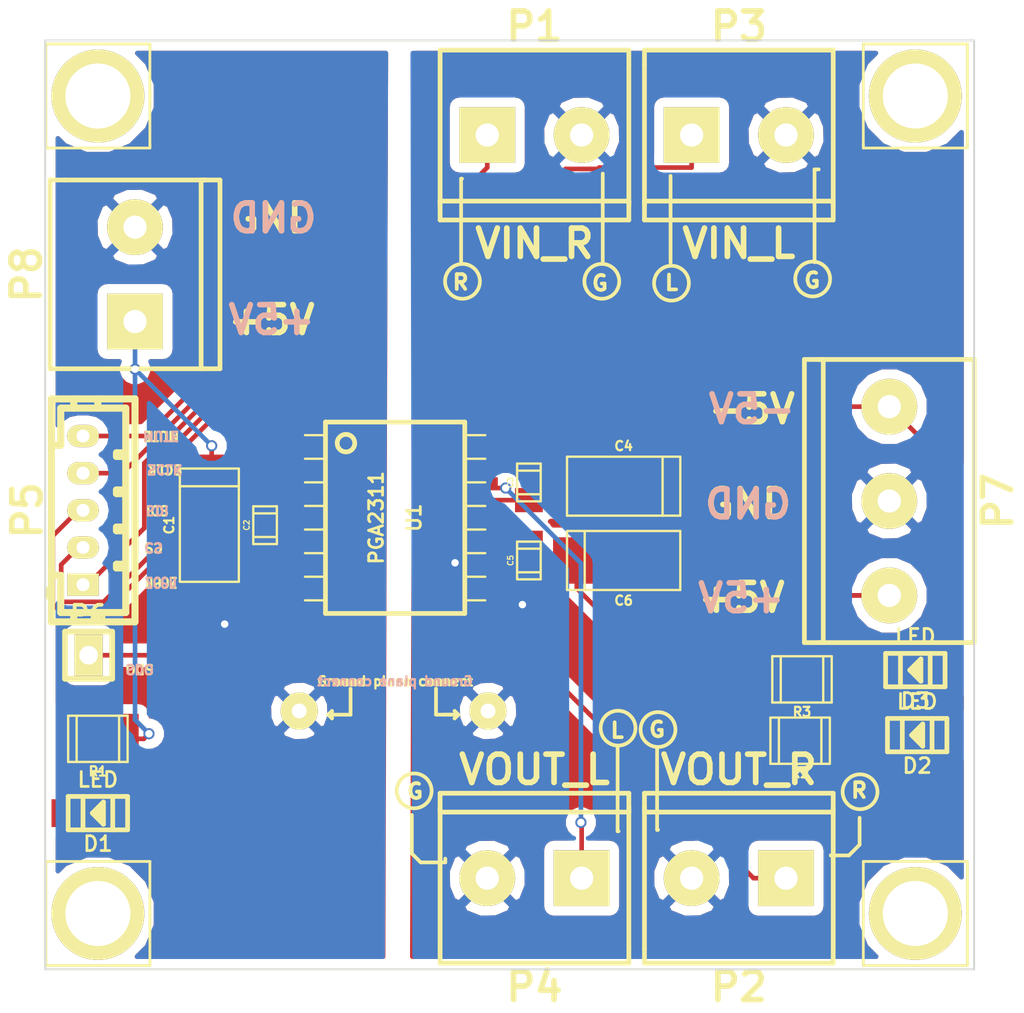
<source format=kicad_pcb>
(kicad_pcb (version 4) (host pcbnew 0.201508170901+6097~28~ubuntu14.04.1-product)

  (general
    (links 43)
    (no_connects 0)
    (area 48.115999 32.857999 98.216001 82.958001)
    (thickness 1.6)
    (drawings 75)
    (tracks 150)
    (zones 0)
    (modules 26)
    (nets 19)
  )

  (page User 140.005 150.012)
  (layers
    (0 F.Cu signal)
    (31 B.Cu signal hide)
    (32 B.Adhes user)
    (33 F.Adhes user)
    (34 B.Paste user)
    (35 F.Paste user)
    (36 B.SilkS user)
    (37 F.SilkS user)
    (38 B.Mask user)
    (39 F.Mask user)
    (40 Dwgs.User user)
    (41 Cmts.User user hide)
    (42 Eco1.User user)
    (43 Eco2.User user)
    (44 Edge.Cuts user)
    (45 Margin user)
    (46 B.CrtYd user)
    (47 F.CrtYd user)
    (48 B.Fab user)
    (49 F.Fab user)
  )

  (setup
    (last_trace_width 0.25)
    (trace_clearance 0.2)
    (zone_clearance 0.508)
    (zone_45_only no)
    (trace_min 0.2)
    (segment_width 0.2)
    (edge_width 0.1)
    (via_size 0.6)
    (via_drill 0.4)
    (via_min_size 0.4)
    (via_min_drill 0.3)
    (uvia_size 0.3)
    (uvia_drill 0.1)
    (uvias_allowed no)
    (uvia_min_size 0.2)
    (uvia_min_drill 0.1)
    (pcb_text_width 0.3)
    (pcb_text_size 1.5 1.5)
    (mod_edge_width 0.15)
    (mod_text_size 1 1)
    (mod_text_width 0.15)
    (pad_size 1.5 1.5)
    (pad_drill 0.6)
    (pad_to_mask_clearance 0)
    (aux_axis_origin 0 0)
    (visible_elements FFFFFF7F)
    (pcbplotparams
      (layerselection 0x00030_80000001)
      (usegerberextensions false)
      (excludeedgelayer true)
      (linewidth 0.100000)
      (plotframeref false)
      (viasonmask false)
      (mode 1)
      (useauxorigin false)
      (hpglpennumber 1)
      (hpglpenspeed 20)
      (hpglpendiameter 15)
      (hpglpenoverlay 2)
      (psnegative false)
      (psa4output false)
      (plotreference true)
      (plotvalue true)
      (plotinvisibletext false)
      (padsonsilk false)
      (subtractmaskfromsilk false)
      (outputformat 1)
      (mirror false)
      (drillshape 1)
      (scaleselection 1)
      (outputdirectory ""))
  )

  (net 0 "")
  (net 1 +5VD)
  (net 2 GND_D)
  (net 3 GND_A)
  (net 4 -5V)
  (net 5 +5V)
  (net 6 VIN_R)
  (net 7 VOUT_R)
  (net 8 VIN_L)
  (net 9 VOUT_L)
  (net 10 ZCEN)
  (net 11 SDI)
  (net 12 CS)
  (net 13 SCLK)
  (net 14 MUTE)
  (net 15 SDO)
  (net 16 "Net-(D1-Pad2)")
  (net 17 "Net-(D2-Pad2)")
  (net 18 "Net-(D3-Pad2)")

  (net_class Default "This is the default net class."
    (clearance 0.2)
    (trace_width 0.25)
    (via_dia 0.6)
    (via_drill 0.4)
    (uvia_dia 0.3)
    (uvia_drill 0.1)
    (add_net +5V)
    (add_net +5VD)
    (add_net -5V)
    (add_net CS)
    (add_net GND_A)
    (add_net GND_D)
    (add_net MUTE)
    (add_net "Net-(D1-Pad2)")
    (add_net "Net-(D2-Pad2)")
    (add_net "Net-(D3-Pad2)")
    (add_net SCLK)
    (add_net SDI)
    (add_net SDO)
    (add_net VIN_L)
    (add_net VIN_R)
    (add_net VOUT_L)
    (add_net VOUT_R)
    (add_net ZCEN)
  )

  (module w_conn_jst-ph:b5b-ph-kl (layer F.Cu) (tedit 55E10D09) (tstamp 55E0782D)
    (at 50.2 58.2 90)
    (descr "JST PH series connector, B5B-PH-KL")
    (path /55DFB110)
    (fp_text reference P5 (at 0 -2.99974 90) (layer F.SilkS)
      (effects (font (thickness 0.3048)))
    )
    (fp_text value "" (at 0 4.20116 90) (layer F.SilkS)
      (effects (font (thickness 0.3048)))
    )
    (fp_line (start 5.99948 -1.69926) (end -5.99948 -1.69926) (layer F.SilkS) (width 0.381))
    (fp_line (start -5.4991 2.30124) (end 5.4991 2.30124) (layer F.SilkS) (width 0.381))
    (fp_line (start 5.99948 2.79908) (end -5.99948 2.79908) (layer F.SilkS) (width 0.381))
    (fp_line (start 3.09626 1.80086) (end 3.09626 2.30124) (layer F.SilkS) (width 0.381))
    (fp_line (start 2.89814 1.80086) (end 3.09626 1.80086) (layer F.SilkS) (width 0.381))
    (fp_line (start 2.89814 2.30124) (end 2.89814 1.80086) (layer F.SilkS) (width 0.381))
    (fp_line (start -0.9017 1.80086) (end -0.9017 2.30124) (layer F.SilkS) (width 0.381))
    (fp_line (start -1.09982 1.80086) (end -0.9017 1.80086) (layer F.SilkS) (width 0.381))
    (fp_line (start -1.09982 2.30124) (end -1.09982 1.80086) (layer F.SilkS) (width 0.381))
    (fp_line (start -2.90322 1.80086) (end -2.90322 2.30124) (layer F.SilkS) (width 0.381))
    (fp_line (start -3.10134 1.80086) (end -2.90322 1.80086) (layer F.SilkS) (width 0.381))
    (fp_line (start -3.10134 2.30124) (end -3.10134 1.80086) (layer F.SilkS) (width 0.381))
    (fp_line (start 0.89916 2.30124) (end 0.89916 1.80086) (layer F.SilkS) (width 0.381))
    (fp_line (start 0.89916 1.80086) (end 1.09728 1.80086) (layer F.SilkS) (width 0.381))
    (fp_line (start 1.09728 1.80086) (end 1.09728 2.30124) (layer F.SilkS) (width 0.381))
    (fp_line (start 5.99948 -0.50038) (end 5.4991 -0.50038) (layer F.SilkS) (width 0.381))
    (fp_line (start 5.4991 0.8001) (end 5.99948 0.8001) (layer F.SilkS) (width 0.381))
    (fp_line (start -5.50164 0.8001) (end -6.00202 0.8001) (layer F.SilkS) (width 0.381))
    (fp_line (start -5.50164 -0.50038) (end -6.00202 -0.50038) (layer F.SilkS) (width 0.381))
    (fp_line (start -3.50266 -1.69926) (end -3.50266 -1.19888) (layer F.SilkS) (width 0.381))
    (fp_line (start -3.50266 -1.19888) (end -5.50164 -1.19888) (layer F.SilkS) (width 0.381))
    (fp_line (start -5.50164 -1.19888) (end -5.50164 2.30124) (layer F.SilkS) (width 0.381))
    (fp_line (start 5.4991 2.30124) (end 5.4991 -1.19888) (layer F.SilkS) (width 0.381))
    (fp_line (start 5.4991 -1.19888) (end 3.50012 -1.19888) (layer F.SilkS) (width 0.381))
    (fp_line (start 3.50012 -1.19888) (end 3.50012 -1.69926) (layer F.SilkS) (width 0.381))
    (fp_line (start -6.00202 -1.69926) (end -6.00202 2.79908) (layer F.SilkS) (width 0.381))
    (fp_line (start 5.99948 -1.69926) (end 5.99948 2.79908) (layer F.SilkS) (width 0.381))
    (fp_line (start -4.30276 -1.69926) (end -4.30276 -1.89992) (layer F.SilkS) (width 0.381))
    (fp_line (start -4.30276 -1.89992) (end -4.60248 -1.89992) (layer F.SilkS) (width 0.381))
    (fp_line (start -4.60248 -1.89992) (end -4.60248 -1.69926) (layer F.SilkS) (width 0.381))
    (pad 1 thru_hole rect (at -4.00304 0 90) (size 1.19888 1.69926) (drill 0.70104) (layers *.Cu *.Mask F.SilkS)
      (net 10 ZCEN))
    (pad 3 thru_hole oval (at 0 0 90) (size 1.19888 1.69926) (drill 0.70104) (layers *.Cu *.Mask F.SilkS)
      (net 11 SDI))
    (pad 2 thru_hole oval (at -2.00152 0 90) (size 1.19888 1.69926) (drill 0.70104) (layers *.Cu *.Mask F.SilkS)
      (net 12 CS))
    (pad 4 thru_hole oval (at 1.99898 0 90) (size 1.19888 1.69926) (drill 0.70104) (layers *.Cu *.Mask F.SilkS)
      (net 13 SCLK))
    (pad 5 thru_hole oval (at 4.0005 0 90) (size 1.19888 1.69926) (drill 0.70104) (layers *.Cu *.Mask F.SilkS)
      (net 14 MUTE))
    (model walter/conn_jst-ph/b5b-ph-kl.wrl
      (at (xyz 0 0 0))
      (scale (xyz 1 1 1))
      (rotate (xyz 0 0 0))
    )
  )

  (module w_smd_dil:soic-16 (layer F.Cu) (tedit 4F1AAE16) (tstamp 55E07853)
    (at 67 58.6 270)
    (descr "SOIC Wide, 16 pins")
    (path /55D4A7EF)
    (fp_text reference U1 (at 0 -1.016 270) (layer F.SilkS)
      (effects (font (size 0.7493 0.7493) (thickness 0.14986)))
    )
    (fp_text value PGA2311 (at 0 1.016 270) (layer F.SilkS)
      (effects (font (size 0.7493 0.7493) (thickness 0.14986)))
    )
    (fp_line (start 5.15112 -3.74904) (end -5.15112 -3.74904) (layer F.SilkS) (width 0.254))
    (fp_line (start -5.15112 3.74904) (end 5.15112 3.74904) (layer F.SilkS) (width 0.254))
    (fp_line (start 4.445 -3.7592) (end 4.445 -4.8514) (layer F.SilkS) (width 0.127))
    (fp_line (start 3.175 -3.7592) (end 3.175 -4.8514) (layer F.SilkS) (width 0.127))
    (fp_line (start 1.905 -3.7592) (end 1.905 -4.8514) (layer F.SilkS) (width 0.127))
    (fp_line (start 5.15112 3.74904) (end 5.15112 -3.74904) (layer F.SilkS) (width 0.254))
    (fp_line (start -5.15112 -3.74904) (end -5.15112 3.74904) (layer F.SilkS) (width 0.254))
    (fp_line (start -4.445 -3.7592) (end -4.445 -4.8514) (layer F.SilkS) (width 0.127))
    (fp_line (start -3.175 -3.7592) (end -3.175 -4.8514) (layer F.SilkS) (width 0.127))
    (fp_line (start -1.905 -4.8514) (end -1.905 -3.7592) (layer F.SilkS) (width 0.127))
    (fp_line (start -0.635 -4.8514) (end -0.635 -3.7592) (layer F.SilkS) (width 0.127))
    (fp_line (start 0.635 -4.8514) (end 0.635 -3.7592) (layer F.SilkS) (width 0.127))
    (fp_line (start 4.445 3.7592) (end 4.445 4.8514) (layer F.SilkS) (width 0.127))
    (fp_line (start 3.175 3.7592) (end 3.175 4.8514) (layer F.SilkS) (width 0.127))
    (fp_line (start 1.905 3.7592) (end 1.905 4.8514) (layer F.SilkS) (width 0.127))
    (fp_line (start -4.445 3.7592) (end -4.445 4.8514) (layer F.SilkS) (width 0.127))
    (fp_line (start -3.175 4.8514) (end -3.175 3.7592) (layer F.SilkS) (width 0.127))
    (fp_line (start 0.635 4.8514) (end 0.635 3.7592) (layer F.SilkS) (width 0.127))
    (fp_line (start -0.635 4.8514) (end -0.635 3.7592) (layer F.SilkS) (width 0.127))
    (fp_line (start -1.905 4.8514) (end -1.905 3.7592) (layer F.SilkS) (width 0.127))
    (fp_circle (center -4.01574 2.64668) (end -4.29514 3.02768) (layer F.SilkS) (width 0.254))
    (pad 1 smd rect (at -4.445 4.81076 270) (size 0.55118 1.43002) (layers F.Cu F.Paste F.Mask)
      (net 10 ZCEN))
    (pad 2 smd rect (at -3.175 4.81076 270) (size 0.55118 1.43002) (layers F.Cu F.Paste F.Mask)
      (net 12 CS))
    (pad 3 smd rect (at -1.905 4.81076 270) (size 0.55118 1.43002) (layers F.Cu F.Paste F.Mask)
      (net 11 SDI))
    (pad 4 smd rect (at -0.635 4.81076 270) (size 0.55118 1.43002) (layers F.Cu F.Paste F.Mask)
      (net 1 +5VD))
    (pad 5 smd rect (at 0.635 4.81076 270) (size 0.55118 1.43002) (layers F.Cu F.Paste F.Mask)
      (net 2 GND_D))
    (pad 6 smd rect (at 1.905 4.81076 270) (size 0.55118 1.43002) (layers F.Cu F.Paste F.Mask)
      (net 13 SCLK))
    (pad 7 smd rect (at 3.175 4.81076 270) (size 0.55118 1.43002) (layers F.Cu F.Paste F.Mask)
      (net 15 SDO))
    (pad 8 smd rect (at 4.445 4.81076 270) (size 0.55118 1.43002) (layers F.Cu F.Paste F.Mask)
      (net 14 MUTE))
    (pad 9 smd rect (at 4.445 -4.81076 270) (size 0.55118 1.43002) (layers F.Cu F.Paste F.Mask)
      (net 6 VIN_R))
    (pad 10 smd rect (at 3.175 -4.81076 270) (size 0.55118 1.43002) (layers F.Cu F.Paste F.Mask)
      (net 3 GND_A))
    (pad 11 smd rect (at 1.905 -4.81076 270) (size 0.55118 1.43002) (layers F.Cu F.Paste F.Mask)
      (net 7 VOUT_R))
    (pad 12 smd rect (at 0.635 -4.81076 270) (size 0.55118 1.43002) (layers F.Cu F.Paste F.Mask)
      (net 5 +5V))
    (pad 13 smd rect (at -0.635 -4.81076 270) (size 0.55118 1.43002) (layers F.Cu F.Paste F.Mask)
      (net 4 -5V))
    (pad 14 smd rect (at -1.905 -4.81076 270) (size 0.55118 1.43002) (layers F.Cu F.Paste F.Mask)
      (net 9 VOUT_L))
    (pad 15 smd rect (at -3.175 -4.81076 270) (size 0.55118 1.43002) (layers F.Cu F.Paste F.Mask)
      (net 3 GND_A))
    (pad 16 smd rect (at -4.445 -4.81076 270) (size 0.55118 1.43002) (layers F.Cu F.Paste F.Mask)
      (net 8 VIN_L))
    (model walter/smd_dil/soic-16.wrl
      (at (xyz 0 0 0))
      (scale (xyz 1 1 1))
      (rotate (xyz 0 0 0))
    )
  )

  (module w_conn_screw:mors_2p (layer F.Cu) (tedit 4B90D9AA) (tstamp 55E0A497)
    (at 74.5 38)
    (descr "Terminal block 2 pins")
    (tags DEV)
    (path /55DF8B65)
    (fp_text reference P1 (at 0 -5.842) (layer F.SilkS)
      (effects (font (thickness 0.3048)))
    )
    (fp_text value VIN_R (at 0 5.842) (layer F.SilkS)
      (effects (font (thickness 0.3048)))
    )
    (fp_line (start 5.08 -3.81) (end 5.08 -4.572) (layer F.SilkS) (width 0.254))
    (fp_line (start 5.08 -4.572) (end -5.08 -4.572) (layer F.SilkS) (width 0.254))
    (fp_line (start -5.08 -4.572) (end -5.08 -3.81) (layer F.SilkS) (width 0.254))
    (fp_line (start 5.08 4.572) (end -5.08 4.572) (layer F.SilkS) (width 0.254))
    (fp_line (start -5.08 4.572) (end -5.08 3.556) (layer F.SilkS) (width 0.254))
    (fp_line (start -5.08 3.556) (end 5.08 3.556) (layer F.SilkS) (width 0.254))
    (fp_line (start 5.08 3.556) (end 5.08 4.572) (layer F.SilkS) (width 0.254))
    (fp_line (start 5.08 3.81) (end 5.08 -3.81) (layer F.SilkS) (width 0.254))
    (fp_line (start -5.08 -3.81) (end -5.08 3.81) (layer F.SilkS) (width 0.254))
    (pad 1 thru_hole rect (at -2.54 0) (size 2.99974 2.99974) (drill 1.24968) (layers *.Cu *.Mask F.SilkS)
      (net 6 VIN_R))
    (pad 2 thru_hole circle (at 2.54 0) (size 2.99974 2.99974) (drill 1.24968) (layers *.Cu *.Mask F.SilkS)
      (net 3 GND_A))
    (model walter/conn_screw/mors_2p.wrl
      (at (xyz 0 0 0))
      (scale (xyz 1 1 1))
      (rotate (xyz 0 0 0))
    )
  )

  (module w_conn_screw:mors_2p (layer F.Cu) (tedit 4B90D9AA) (tstamp 55E0A49C)
    (at 85.5 78 180)
    (descr "Terminal block 2 pins")
    (tags DEV)
    (path /55DF884D)
    (fp_text reference P2 (at 0 -5.842 180) (layer F.SilkS)
      (effects (font (thickness 0.3048)))
    )
    (fp_text value VOUT_R (at 0 5.842 180) (layer F.SilkS)
      (effects (font (thickness 0.3048)))
    )
    (fp_line (start 5.08 -3.81) (end 5.08 -4.572) (layer F.SilkS) (width 0.254))
    (fp_line (start 5.08 -4.572) (end -5.08 -4.572) (layer F.SilkS) (width 0.254))
    (fp_line (start -5.08 -4.572) (end -5.08 -3.81) (layer F.SilkS) (width 0.254))
    (fp_line (start 5.08 4.572) (end -5.08 4.572) (layer F.SilkS) (width 0.254))
    (fp_line (start -5.08 4.572) (end -5.08 3.556) (layer F.SilkS) (width 0.254))
    (fp_line (start -5.08 3.556) (end 5.08 3.556) (layer F.SilkS) (width 0.254))
    (fp_line (start 5.08 3.556) (end 5.08 4.572) (layer F.SilkS) (width 0.254))
    (fp_line (start 5.08 3.81) (end 5.08 -3.81) (layer F.SilkS) (width 0.254))
    (fp_line (start -5.08 -3.81) (end -5.08 3.81) (layer F.SilkS) (width 0.254))
    (pad 1 thru_hole rect (at -2.54 0 180) (size 2.99974 2.99974) (drill 1.24968) (layers *.Cu *.Mask F.SilkS)
      (net 7 VOUT_R))
    (pad 2 thru_hole circle (at 2.54 0 180) (size 2.99974 2.99974) (drill 1.24968) (layers *.Cu *.Mask F.SilkS)
      (net 3 GND_A))
    (model walter/conn_screw/mors_2p.wrl
      (at (xyz 0 0 0))
      (scale (xyz 1 1 1))
      (rotate (xyz 0 0 0))
    )
  )

  (module w_conn_screw:mors_2p (layer F.Cu) (tedit 4B90D9AA) (tstamp 55E0A4A1)
    (at 85.5 38)
    (descr "Terminal block 2 pins")
    (tags DEV)
    (path /55DF8AE9)
    (fp_text reference P3 (at 0 -5.842) (layer F.SilkS)
      (effects (font (thickness 0.3048)))
    )
    (fp_text value VIN_L (at 0 5.842) (layer F.SilkS)
      (effects (font (thickness 0.3048)))
    )
    (fp_line (start 5.08 -3.81) (end 5.08 -4.572) (layer F.SilkS) (width 0.254))
    (fp_line (start 5.08 -4.572) (end -5.08 -4.572) (layer F.SilkS) (width 0.254))
    (fp_line (start -5.08 -4.572) (end -5.08 -3.81) (layer F.SilkS) (width 0.254))
    (fp_line (start 5.08 4.572) (end -5.08 4.572) (layer F.SilkS) (width 0.254))
    (fp_line (start -5.08 4.572) (end -5.08 3.556) (layer F.SilkS) (width 0.254))
    (fp_line (start -5.08 3.556) (end 5.08 3.556) (layer F.SilkS) (width 0.254))
    (fp_line (start 5.08 3.556) (end 5.08 4.572) (layer F.SilkS) (width 0.254))
    (fp_line (start 5.08 3.81) (end 5.08 -3.81) (layer F.SilkS) (width 0.254))
    (fp_line (start -5.08 -3.81) (end -5.08 3.81) (layer F.SilkS) (width 0.254))
    (pad 1 thru_hole rect (at -2.54 0) (size 2.99974 2.99974) (drill 1.24968) (layers *.Cu *.Mask F.SilkS)
      (net 8 VIN_L))
    (pad 2 thru_hole circle (at 2.54 0) (size 2.99974 2.99974) (drill 1.24968) (layers *.Cu *.Mask F.SilkS)
      (net 3 GND_A))
    (model walter/conn_screw/mors_2p.wrl
      (at (xyz 0 0 0))
      (scale (xyz 1 1 1))
      (rotate (xyz 0 0 0))
    )
  )

  (module w_conn_screw:mors_2p (layer F.Cu) (tedit 4B90D9AA) (tstamp 55E0A4A6)
    (at 74.5 78 180)
    (descr "Terminal block 2 pins")
    (tags DEV)
    (path /55DF8910)
    (fp_text reference P4 (at 0 -5.842 180) (layer F.SilkS)
      (effects (font (thickness 0.3048)))
    )
    (fp_text value VOUT_L (at 0 5.842 180) (layer F.SilkS)
      (effects (font (thickness 0.3048)))
    )
    (fp_line (start 5.08 -3.81) (end 5.08 -4.572) (layer F.SilkS) (width 0.254))
    (fp_line (start 5.08 -4.572) (end -5.08 -4.572) (layer F.SilkS) (width 0.254))
    (fp_line (start -5.08 -4.572) (end -5.08 -3.81) (layer F.SilkS) (width 0.254))
    (fp_line (start 5.08 4.572) (end -5.08 4.572) (layer F.SilkS) (width 0.254))
    (fp_line (start -5.08 4.572) (end -5.08 3.556) (layer F.SilkS) (width 0.254))
    (fp_line (start -5.08 3.556) (end 5.08 3.556) (layer F.SilkS) (width 0.254))
    (fp_line (start 5.08 3.556) (end 5.08 4.572) (layer F.SilkS) (width 0.254))
    (fp_line (start 5.08 3.81) (end 5.08 -3.81) (layer F.SilkS) (width 0.254))
    (fp_line (start -5.08 -3.81) (end -5.08 3.81) (layer F.SilkS) (width 0.254))
    (pad 1 thru_hole rect (at -2.54 0 180) (size 2.99974 2.99974) (drill 1.24968) (layers *.Cu *.Mask F.SilkS)
      (net 9 VOUT_L))
    (pad 2 thru_hole circle (at 2.54 0 180) (size 2.99974 2.99974) (drill 1.24968) (layers *.Cu *.Mask F.SilkS)
      (net 3 GND_A))
    (model walter/conn_screw/mors_2p.wrl
      (at (xyz 0 0 0))
      (scale (xyz 1 1 1))
      (rotate (xyz 0 0 0))
    )
  )

  (module w_conn_screw:mors_2p (layer F.Cu) (tedit 55E11702) (tstamp 55E0A4B1)
    (at 53 45.5 90)
    (descr "Terminal block 2 pins")
    (tags DEV)
    (path /55DFD56D)
    (fp_text reference P8 (at 0 -5.842 90) (layer F.SilkS)
      (effects (font (thickness 0.3048)))
    )
    (fp_text value "" (at 0 5.842 90) (layer F.SilkS)
      (effects (font (thickness 0.3048)))
    )
    (fp_line (start 5.08 -3.81) (end 5.08 -4.572) (layer F.SilkS) (width 0.254))
    (fp_line (start 5.08 -4.572) (end -5.08 -4.572) (layer F.SilkS) (width 0.254))
    (fp_line (start -5.08 -4.572) (end -5.08 -3.81) (layer F.SilkS) (width 0.254))
    (fp_line (start 5.08 4.572) (end -5.08 4.572) (layer F.SilkS) (width 0.254))
    (fp_line (start -5.08 4.572) (end -5.08 3.556) (layer F.SilkS) (width 0.254))
    (fp_line (start -5.08 3.556) (end 5.08 3.556) (layer F.SilkS) (width 0.254))
    (fp_line (start 5.08 3.556) (end 5.08 4.572) (layer F.SilkS) (width 0.254))
    (fp_line (start 5.08 3.81) (end 5.08 -3.81) (layer F.SilkS) (width 0.254))
    (fp_line (start -5.08 -3.81) (end -5.08 3.81) (layer F.SilkS) (width 0.254))
    (pad 1 thru_hole rect (at -2.54 0 90) (size 2.99974 2.99974) (drill 1.24968) (layers *.Cu *.Mask F.SilkS)
      (net 1 +5VD))
    (pad 2 thru_hole circle (at 2.54 0 90) (size 2.99974 2.99974) (drill 1.24968) (layers *.Cu *.Mask F.SilkS)
      (net 2 GND_D))
    (model walter/conn_screw/mors_2p.wrl
      (at (xyz 0 0 0))
      (scale (xyz 1 1 1))
      (rotate (xyz 0 0 0))
    )
  )

  (module w_smd_cap:c_0805 (layer F.Cu) (tedit 49047394) (tstamp 55E0C137)
    (at 60 59 90)
    (descr "SMT capacitor, 0805")
    (path /55D4A8C7)
    (fp_text reference C2 (at 0 -0.9906 90) (layer F.SilkS)
      (effects (font (size 0.29972 0.29972) (thickness 0.06096)))
    )
    (fp_text value 0.1uF (at 0 0.9906 90) (layer F.SilkS) hide
      (effects (font (size 0.29972 0.29972) (thickness 0.06096)))
    )
    (fp_line (start 0.635 -0.635) (end 0.635 0.635) (layer F.SilkS) (width 0.127))
    (fp_line (start -0.635 -0.635) (end -0.635 0.6096) (layer F.SilkS) (width 0.127))
    (fp_line (start -1.016 -0.635) (end 1.016 -0.635) (layer F.SilkS) (width 0.127))
    (fp_line (start 1.016 -0.635) (end 1.016 0.635) (layer F.SilkS) (width 0.127))
    (fp_line (start 1.016 0.635) (end -1.016 0.635) (layer F.SilkS) (width 0.127))
    (fp_line (start -1.016 0.635) (end -1.016 -0.635) (layer F.SilkS) (width 0.127))
    (pad 1 smd rect (at 0.9525 0 90) (size 1.30048 1.4986) (layers F.Cu F.Paste F.Mask)
      (net 1 +5VD))
    (pad 2 smd rect (at -0.9525 0 90) (size 1.30048 1.4986) (layers F.Cu F.Paste F.Mask)
      (net 2 GND_D))
    (model walter/smd_cap/c_0805.wrl
      (at (xyz 0 0 0))
      (scale (xyz 1 1 1))
      (rotate (xyz 0 0 0))
    )
  )

  (module w_smd_cap:c_0805 (layer F.Cu) (tedit 49047394) (tstamp 55E0C13C)
    (at 74.2 56.7 90)
    (descr "SMT capacitor, 0805")
    (path /55D4ADB6)
    (fp_text reference C3 (at 0 -0.9906 90) (layer F.SilkS)
      (effects (font (size 0.29972 0.29972) (thickness 0.06096)))
    )
    (fp_text value 0.1uF (at 0 0.9906 90) (layer F.SilkS) hide
      (effects (font (size 0.29972 0.29972) (thickness 0.06096)))
    )
    (fp_line (start 0.635 -0.635) (end 0.635 0.635) (layer F.SilkS) (width 0.127))
    (fp_line (start -0.635 -0.635) (end -0.635 0.6096) (layer F.SilkS) (width 0.127))
    (fp_line (start -1.016 -0.635) (end 1.016 -0.635) (layer F.SilkS) (width 0.127))
    (fp_line (start 1.016 -0.635) (end 1.016 0.635) (layer F.SilkS) (width 0.127))
    (fp_line (start 1.016 0.635) (end -1.016 0.635) (layer F.SilkS) (width 0.127))
    (fp_line (start -1.016 0.635) (end -1.016 -0.635) (layer F.SilkS) (width 0.127))
    (pad 1 smd rect (at 0.9525 0 90) (size 1.30048 1.4986) (layers F.Cu F.Paste F.Mask)
      (net 3 GND_A))
    (pad 2 smd rect (at -0.9525 0 90) (size 1.30048 1.4986) (layers F.Cu F.Paste F.Mask)
      (net 4 -5V))
    (model walter/smd_cap/c_0805.wrl
      (at (xyz 0 0 0))
      (scale (xyz 1 1 1))
      (rotate (xyz 0 0 0))
    )
  )

  (module w_smd_cap:c_tant_C (layer F.Cu) (tedit 4D5D91B9) (tstamp 55E0C141)
    (at 79.3 56.9)
    (descr "SMT capacitor, tantalum size C")
    (path /55D4AC42)
    (fp_text reference C4 (at 0 -2.159) (layer F.SilkS)
      (effects (font (size 0.50038 0.50038) (thickness 0.11938)))
    )
    (fp_text value 10uF (at 0 2.0955) (layer F.SilkS) hide
      (effects (font (size 0.50038 0.50038) (thickness 0.11938)))
    )
    (fp_line (start 2.0955 -1.5875) (end 2.0955 1.5875) (layer F.SilkS) (width 0.127))
    (fp_line (start -3.048 -1.5875) (end -3.048 1.5875) (layer F.SilkS) (width 0.127))
    (fp_line (start -3.048 1.5875) (end 3.048 1.5875) (layer F.SilkS) (width 0.127))
    (fp_line (start 3.048 1.5875) (end 3.048 -1.5875) (layer F.SilkS) (width 0.127))
    (fp_line (start 3.048 -1.5875) (end -3.048 -1.5875) (layer F.SilkS) (width 0.127))
    (pad 1 smd rect (at 2.52476 0) (size 2.55016 2.49936) (layers F.Cu F.Paste F.Mask)
      (net 3 GND_A))
    (pad 2 smd rect (at -2.52476 0) (size 2.55016 2.49936) (layers F.Cu F.Paste F.Mask)
      (net 4 -5V))
    (model walter/smd_cap/c_tant_C.wrl
      (at (xyz 0 0 0))
      (scale (xyz 1 1 1))
      (rotate (xyz 0 0 0))
    )
  )

  (module w_smd_cap:c_0805 (layer F.Cu) (tedit 49047394) (tstamp 55E0C146)
    (at 74.2 60.9 90)
    (descr "SMT capacitor, 0805")
    (path /55D4AE02)
    (fp_text reference C5 (at 0 -0.9906 90) (layer F.SilkS)
      (effects (font (size 0.29972 0.29972) (thickness 0.06096)))
    )
    (fp_text value 0.1uF (at 0 0.9906 90) (layer F.SilkS) hide
      (effects (font (size 0.29972 0.29972) (thickness 0.06096)))
    )
    (fp_line (start 0.635 -0.635) (end 0.635 0.635) (layer F.SilkS) (width 0.127))
    (fp_line (start -0.635 -0.635) (end -0.635 0.6096) (layer F.SilkS) (width 0.127))
    (fp_line (start -1.016 -0.635) (end 1.016 -0.635) (layer F.SilkS) (width 0.127))
    (fp_line (start 1.016 -0.635) (end 1.016 0.635) (layer F.SilkS) (width 0.127))
    (fp_line (start 1.016 0.635) (end -1.016 0.635) (layer F.SilkS) (width 0.127))
    (fp_line (start -1.016 0.635) (end -1.016 -0.635) (layer F.SilkS) (width 0.127))
    (pad 1 smd rect (at 0.9525 0 90) (size 1.30048 1.4986) (layers F.Cu F.Paste F.Mask)
      (net 5 +5V))
    (pad 2 smd rect (at -0.9525 0 90) (size 1.30048 1.4986) (layers F.Cu F.Paste F.Mask)
      (net 3 GND_A))
    (model walter/smd_cap/c_0805.wrl
      (at (xyz 0 0 0))
      (scale (xyz 1 1 1))
      (rotate (xyz 0 0 0))
    )
  )

  (module w_smd_cap:c_tant_C (layer F.Cu) (tedit 4D5D91B9) (tstamp 55E0C14B)
    (at 79.3 60.9 180)
    (descr "SMT capacitor, tantalum size C")
    (path /55D4AD0C)
    (fp_text reference C6 (at 0 -2.159 180) (layer F.SilkS)
      (effects (font (size 0.50038 0.50038) (thickness 0.11938)))
    )
    (fp_text value 10uF (at 0 2.0955 180) (layer F.SilkS) hide
      (effects (font (size 0.50038 0.50038) (thickness 0.11938)))
    )
    (fp_line (start 2.0955 -1.5875) (end 2.0955 1.5875) (layer F.SilkS) (width 0.127))
    (fp_line (start -3.048 -1.5875) (end -3.048 1.5875) (layer F.SilkS) (width 0.127))
    (fp_line (start -3.048 1.5875) (end 3.048 1.5875) (layer F.SilkS) (width 0.127))
    (fp_line (start 3.048 1.5875) (end 3.048 -1.5875) (layer F.SilkS) (width 0.127))
    (fp_line (start 3.048 -1.5875) (end -3.048 -1.5875) (layer F.SilkS) (width 0.127))
    (pad 1 smd rect (at 2.52476 0 180) (size 2.55016 2.49936) (layers F.Cu F.Paste F.Mask)
      (net 5 +5V))
    (pad 2 smd rect (at -2.52476 0 180) (size 2.55016 2.49936) (layers F.Cu F.Paste F.Mask)
      (net 3 GND_A))
    (model walter/smd_cap/c_tant_C.wrl
      (at (xyz 0 0 0))
      (scale (xyz 1 1 1))
      (rotate (xyz 0 0 0))
    )
  )

  (module w_smd_leds:Led_1206 (layer F.Cu) (tedit 50CDAAE4) (tstamp 55E0C155)
    (at 51 74.5 180)
    (descr "SMD LED, 1206")
    (path /55E0BB11)
    (fp_text reference D1 (at 0 -1.651 180) (layer F.SilkS)
      (effects (font (size 0.8001 0.8001) (thickness 0.14986)))
    )
    (fp_text value LED (at 0 1.80086 180) (layer F.SilkS)
      (effects (font (size 0.8001 0.8001) (thickness 0.14986)))
    )
    (fp_line (start 0 -0.20066) (end 0 0.09906) (layer F.SilkS) (width 0.254))
    (fp_line (start -0.09906 0.29972) (end -0.09906 -0.29972) (layer F.SilkS) (width 0.254))
    (fp_line (start -0.29972 -0.59944) (end -0.29972 0.59944) (layer F.SilkS) (width 0.254))
    (fp_line (start -0.29972 0.59944) (end 0.29972 0) (layer F.SilkS) (width 0.254))
    (fp_line (start 0.29972 0) (end -0.29972 -0.59944) (layer F.SilkS) (width 0.254))
    (fp_line (start 0.8001 0.89916) (end 0.8001 -0.89916) (layer F.SilkS) (width 0.254))
    (fp_line (start -0.8001 -0.89916) (end -0.8001 0.89916) (layer F.SilkS) (width 0.254))
    (fp_line (start -1.6002 -0.89916) (end 1.6002 -0.89916) (layer F.SilkS) (width 0.254))
    (fp_line (start 1.6002 -0.89916) (end 1.6002 0.89916) (layer F.SilkS) (width 0.254))
    (fp_line (start 1.6002 0.89916) (end -1.6002 0.89916) (layer F.SilkS) (width 0.254))
    (fp_line (start -1.6002 0.89916) (end -1.6002 -0.89916) (layer F.SilkS) (width 0.254))
    (pad 1 smd rect (at -1.74752 0 180) (size 1.4986 1.4986) (layers F.Cu F.Paste F.Mask)
      (net 2 GND_D))
    (pad 2 smd rect (at 1.74752 0 180) (size 1.4986 1.4986) (layers F.Cu F.Paste F.Mask)
      (net 16 "Net-(D1-Pad2)"))
    (model walter/smd_leds/led_1206.wrl
      (at (xyz 0 0 0))
      (scale (xyz 1 1 1))
      (rotate (xyz 0 0 0))
    )
  )

  (module w_smd_leds:Led_1206 (layer F.Cu) (tedit 50CDAAE4) (tstamp 55E0C15B)
    (at 95.1 70.3 180)
    (descr "SMD LED, 1206")
    (path /55E0BDED)
    (fp_text reference D2 (at 0 -1.651 180) (layer F.SilkS)
      (effects (font (size 0.8001 0.8001) (thickness 0.14986)))
    )
    (fp_text value LED (at 0 1.80086 180) (layer F.SilkS)
      (effects (font (size 0.8001 0.8001) (thickness 0.14986)))
    )
    (fp_line (start 0 -0.20066) (end 0 0.09906) (layer F.SilkS) (width 0.254))
    (fp_line (start -0.09906 0.29972) (end -0.09906 -0.29972) (layer F.SilkS) (width 0.254))
    (fp_line (start -0.29972 -0.59944) (end -0.29972 0.59944) (layer F.SilkS) (width 0.254))
    (fp_line (start -0.29972 0.59944) (end 0.29972 0) (layer F.SilkS) (width 0.254))
    (fp_line (start 0.29972 0) (end -0.29972 -0.59944) (layer F.SilkS) (width 0.254))
    (fp_line (start 0.8001 0.89916) (end 0.8001 -0.89916) (layer F.SilkS) (width 0.254))
    (fp_line (start -0.8001 -0.89916) (end -0.8001 0.89916) (layer F.SilkS) (width 0.254))
    (fp_line (start -1.6002 -0.89916) (end 1.6002 -0.89916) (layer F.SilkS) (width 0.254))
    (fp_line (start 1.6002 -0.89916) (end 1.6002 0.89916) (layer F.SilkS) (width 0.254))
    (fp_line (start 1.6002 0.89916) (end -1.6002 0.89916) (layer F.SilkS) (width 0.254))
    (fp_line (start -1.6002 0.89916) (end -1.6002 -0.89916) (layer F.SilkS) (width 0.254))
    (pad 1 smd rect (at -1.74752 0 180) (size 1.4986 1.4986) (layers F.Cu F.Paste F.Mask)
      (net 3 GND_A))
    (pad 2 smd rect (at 1.74752 0 180) (size 1.4986 1.4986) (layers F.Cu F.Paste F.Mask)
      (net 17 "Net-(D2-Pad2)"))
    (model walter/smd_leds/led_1206.wrl
      (at (xyz 0 0 0))
      (scale (xyz 1 1 1))
      (rotate (xyz 0 0 0))
    )
  )

  (module w_smd_leds:Led_1206 (layer F.Cu) (tedit 50CDAAE4) (tstamp 55E0C161)
    (at 95 66.8 180)
    (descr "SMD LED, 1206")
    (path /55E0BFA3)
    (fp_text reference D3 (at 0 -1.651 180) (layer F.SilkS)
      (effects (font (size 0.8001 0.8001) (thickness 0.14986)))
    )
    (fp_text value LED (at 0 1.80086 180) (layer F.SilkS)
      (effects (font (size 0.8001 0.8001) (thickness 0.14986)))
    )
    (fp_line (start 0 -0.20066) (end 0 0.09906) (layer F.SilkS) (width 0.254))
    (fp_line (start -0.09906 0.29972) (end -0.09906 -0.29972) (layer F.SilkS) (width 0.254))
    (fp_line (start -0.29972 -0.59944) (end -0.29972 0.59944) (layer F.SilkS) (width 0.254))
    (fp_line (start -0.29972 0.59944) (end 0.29972 0) (layer F.SilkS) (width 0.254))
    (fp_line (start 0.29972 0) (end -0.29972 -0.59944) (layer F.SilkS) (width 0.254))
    (fp_line (start 0.8001 0.89916) (end 0.8001 -0.89916) (layer F.SilkS) (width 0.254))
    (fp_line (start -0.8001 -0.89916) (end -0.8001 0.89916) (layer F.SilkS) (width 0.254))
    (fp_line (start -1.6002 -0.89916) (end 1.6002 -0.89916) (layer F.SilkS) (width 0.254))
    (fp_line (start 1.6002 -0.89916) (end 1.6002 0.89916) (layer F.SilkS) (width 0.254))
    (fp_line (start 1.6002 0.89916) (end -1.6002 0.89916) (layer F.SilkS) (width 0.254))
    (fp_line (start -1.6002 0.89916) (end -1.6002 -0.89916) (layer F.SilkS) (width 0.254))
    (pad 1 smd rect (at -1.74752 0 180) (size 1.4986 1.4986) (layers F.Cu F.Paste F.Mask)
      (net 4 -5V))
    (pad 2 smd rect (at 1.74752 0 180) (size 1.4986 1.4986) (layers F.Cu F.Paste F.Mask)
      (net 18 "Net-(D3-Pad2)"))
    (model walter/smd_leds/led_1206.wrl
      (at (xyz 0 0 0))
      (scale (xyz 1 1 1))
      (rotate (xyz 0 0 0))
    )
  )

  (module w_pin_strip:pin_strip_1 (layer F.Cu) (tedit 4B90E035) (tstamp 55E0C162)
    (at 50.5 66)
    (descr "Pin strip 1pin")
    (tags "CONN DEV")
    (path /55DFB24D)
    (fp_text reference P6 (at 0 -2.159) (layer F.SilkS)
      (effects (font (size 1.016 1.016) (thickness 0.2032)))
    )
    (fp_text value SDO_TO_OTHER_PGA2311 (at 0.254 -3.556) (layer F.SilkS) hide
      (effects (font (size 1.016 0.889) (thickness 0.2032)))
    )
    (fp_line (start 1.27 1.27) (end -1.27 1.27) (layer F.SilkS) (width 0.3048))
    (fp_line (start -1.27 -1.27) (end 1.27 -1.27) (layer F.SilkS) (width 0.3048))
    (fp_line (start -1.27 1.27) (end -1.27 -1.27) (layer F.SilkS) (width 0.3048))
    (fp_line (start 1.27 -1.27) (end 1.27 1.27) (layer F.SilkS) (width 0.3048))
    (pad 1 thru_hole rect (at 0 0) (size 1.524 2.19964) (drill 1.00076) (layers *.Cu *.Mask F.SilkS)
      (net 15 SDO))
    (model walter/pin_strip/pin_strip_1.wrl
      (at (xyz 0 0 0))
      (scale (xyz 1 1 1))
      (rotate (xyz 0 0 0))
    )
  )

  (module w_smd_resistors:r_1210 (layer F.Cu) (tedit 49047434) (tstamp 55E0C16B)
    (at 51 70.5 180)
    (descr "SMT resistor, 1210")
    (path /55E0BB66)
    (fp_text reference R1 (at 0 -1.7526 180) (layer F.SilkS)
      (effects (font (size 0.50038 0.50038) (thickness 0.11938)))
    )
    (fp_text value 10k (at 0 1.7018 180) (layer F.SilkS) hide
      (effects (font (size 0.50038 0.50038) (thickness 0.11938)))
    )
    (fp_line (start -1.6002 -1.2446) (end -1.6002 1.2446) (layer F.SilkS) (width 0.127))
    (fp_line (start 1.6002 1.2446) (end 1.6002 -1.2446) (layer F.SilkS) (width 0.127))
    (fp_line (start 1.143 -1.2446) (end 1.143 1.2446) (layer F.SilkS) (width 0.127))
    (fp_line (start -1.143 1.2446) (end -1.143 -1.2446) (layer F.SilkS) (width 0.127))
    (fp_line (start -1.6002 1.2446) (end 1.6002 1.2446) (layer F.SilkS) (width 0.127))
    (fp_line (start 1.6002 -1.2446) (end -1.6002 -1.2446) (layer F.SilkS) (width 0.127))
    (pad 1 smd rect (at 1.397 0 180) (size 1.6002 2.6924) (layers F.Cu F.Paste F.Mask)
      (net 16 "Net-(D1-Pad2)"))
    (pad 2 smd rect (at -1.397 0 180) (size 1.6002 2.6924) (layers F.Cu F.Paste F.Mask)
      (net 1 +5VD))
    (model walter/smd_resistors/r_1210.wrl
      (at (xyz 0 0 0))
      (scale (xyz 1 1 1))
      (rotate (xyz 0 0 0))
    )
  )

  (module w_smd_resistors:r_1210 (layer F.Cu) (tedit 49047434) (tstamp 55E0C171)
    (at 88.8 70.6 180)
    (descr "SMT resistor, 1210")
    (path /55E0BD7B)
    (fp_text reference R2 (at 0 -1.7526 180) (layer F.SilkS)
      (effects (font (size 0.50038 0.50038) (thickness 0.11938)))
    )
    (fp_text value 10k (at 0 1.7018 180) (layer F.SilkS) hide
      (effects (font (size 0.50038 0.50038) (thickness 0.11938)))
    )
    (fp_line (start -1.6002 -1.2446) (end -1.6002 1.2446) (layer F.SilkS) (width 0.127))
    (fp_line (start 1.6002 1.2446) (end 1.6002 -1.2446) (layer F.SilkS) (width 0.127))
    (fp_line (start 1.143 -1.2446) (end 1.143 1.2446) (layer F.SilkS) (width 0.127))
    (fp_line (start -1.143 1.2446) (end -1.143 -1.2446) (layer F.SilkS) (width 0.127))
    (fp_line (start -1.6002 1.2446) (end 1.6002 1.2446) (layer F.SilkS) (width 0.127))
    (fp_line (start 1.6002 -1.2446) (end -1.6002 -1.2446) (layer F.SilkS) (width 0.127))
    (pad 1 smd rect (at 1.397 0 180) (size 1.6002 2.6924) (layers F.Cu F.Paste F.Mask)
      (net 5 +5V))
    (pad 2 smd rect (at -1.397 0 180) (size 1.6002 2.6924) (layers F.Cu F.Paste F.Mask)
      (net 17 "Net-(D2-Pad2)"))
    (model walter/smd_resistors/r_1210.wrl
      (at (xyz 0 0 0))
      (scale (xyz 1 1 1))
      (rotate (xyz 0 0 0))
    )
  )

  (module w_smd_resistors:r_1210 (layer F.Cu) (tedit 49047434) (tstamp 55E0C177)
    (at 88.9 67.3 180)
    (descr "SMT resistor, 1210")
    (path /55E0BF13)
    (fp_text reference R3 (at 0 -1.7526 180) (layer F.SilkS)
      (effects (font (size 0.50038 0.50038) (thickness 0.11938)))
    )
    (fp_text value 10k (at 0 1.7018 180) (layer F.SilkS) hide
      (effects (font (size 0.50038 0.50038) (thickness 0.11938)))
    )
    (fp_line (start -1.6002 -1.2446) (end -1.6002 1.2446) (layer F.SilkS) (width 0.127))
    (fp_line (start 1.6002 1.2446) (end 1.6002 -1.2446) (layer F.SilkS) (width 0.127))
    (fp_line (start 1.143 -1.2446) (end 1.143 1.2446) (layer F.SilkS) (width 0.127))
    (fp_line (start -1.143 1.2446) (end -1.143 -1.2446) (layer F.SilkS) (width 0.127))
    (fp_line (start -1.6002 1.2446) (end 1.6002 1.2446) (layer F.SilkS) (width 0.127))
    (fp_line (start 1.6002 -1.2446) (end -1.6002 -1.2446) (layer F.SilkS) (width 0.127))
    (pad 1 smd rect (at 1.397 0 180) (size 1.6002 2.6924) (layers F.Cu F.Paste F.Mask)
      (net 3 GND_A))
    (pad 2 smd rect (at -1.397 0 180) (size 1.6002 2.6924) (layers F.Cu F.Paste F.Mask)
      (net 18 "Net-(D3-Pad2)"))
    (model walter/smd_resistors/r_1210.wrl
      (at (xyz 0 0 0))
      (scale (xyz 1 1 1))
      (rotate (xyz 0 0 0))
    )
  )

  (module mechanical:3.5mm_m3 (layer F.Cu) (tedit 55D8FF7B) (tstamp 55E0C321)
    (at 51 80)
    (fp_text reference REF** (at 0 0.5) (layer F.SilkS)
      (effects (font (size 1 1) (thickness 0.15)))
    )
    (fp_text value 3.5mmM3 (at 0 -0.5) (layer F.Fab)
      (effects (font (size 1 1) (thickness 0.15)))
    )
    (fp_line (start 2.8 2.5) (end 2.8 2.7) (layer F.SilkS) (width 0.15))
    (fp_line (start 2.6 -2.9) (end 2.8 -2.9) (layer F.SilkS) (width 0.15))
    (fp_line (start 0 -2.9) (end -2.8 -2.9) (layer F.SilkS) (width 0.15))
    (fp_line (start 0 2.7) (end -2.8 2.7) (layer F.SilkS) (width 0.15))
    (fp_line (start -2.8 2.7) (end -2.8 2.5) (layer F.SilkS) (width 0.15))
    (fp_line (start -2.8 0) (end -2.8 2.6) (layer F.SilkS) (width 0.15))
    (fp_line (start -2.8 0.1) (end -2.8 -2.9) (layer F.SilkS) (width 0.15))
    (fp_line (start 0 2.7) (end 2.8 2.7) (layer F.SilkS) (width 0.15))
    (fp_line (start 2.8 -0.2) (end 2.8 2.6) (layer F.SilkS) (width 0.15))
    (fp_line (start 2.8 -0.1) (end 2.8 -2.9) (layer F.SilkS) (width 0.15))
    (fp_line (start 0 -2.9) (end 2.6 -2.9) (layer F.SilkS) (width 0.15))
    (pad 1 thru_hole circle (at 0 -0.1) (size 5 5) (drill 3.5) (layers *.Cu *.Mask F.SilkS))
  )

  (module mechanical:3.5mm_m3 (layer F.Cu) (tedit 55D8FF7B) (tstamp 55E0C323)
    (at 95 80)
    (fp_text reference REF** (at 0 0.5) (layer F.SilkS)
      (effects (font (size 1 1) (thickness 0.15)))
    )
    (fp_text value 3.5mmM3 (at 0 -0.5) (layer F.Fab)
      (effects (font (size 1 1) (thickness 0.15)))
    )
    (fp_line (start 2.8 2.5) (end 2.8 2.7) (layer F.SilkS) (width 0.15))
    (fp_line (start 2.6 -2.9) (end 2.8 -2.9) (layer F.SilkS) (width 0.15))
    (fp_line (start 0 -2.9) (end -2.8 -2.9) (layer F.SilkS) (width 0.15))
    (fp_line (start 0 2.7) (end -2.8 2.7) (layer F.SilkS) (width 0.15))
    (fp_line (start -2.8 2.7) (end -2.8 2.5) (layer F.SilkS) (width 0.15))
    (fp_line (start -2.8 0) (end -2.8 2.6) (layer F.SilkS) (width 0.15))
    (fp_line (start -2.8 0.1) (end -2.8 -2.9) (layer F.SilkS) (width 0.15))
    (fp_line (start 0 2.7) (end 2.8 2.7) (layer F.SilkS) (width 0.15))
    (fp_line (start 2.8 -0.2) (end 2.8 2.6) (layer F.SilkS) (width 0.15))
    (fp_line (start 2.8 -0.1) (end 2.8 -2.9) (layer F.SilkS) (width 0.15))
    (fp_line (start 0 -2.9) (end 2.6 -2.9) (layer F.SilkS) (width 0.15))
    (pad 1 thru_hole circle (at 0 -0.1) (size 5 5) (drill 3.5) (layers *.Cu *.Mask F.SilkS))
  )

  (module mechanical:3.5mm_m3 (layer F.Cu) (tedit 55D8FF7B) (tstamp 55E0C327)
    (at 95 36)
    (fp_text reference REF** (at 0 0.5) (layer F.SilkS)
      (effects (font (size 1 1) (thickness 0.15)))
    )
    (fp_text value 3.5mmM3 (at 0 -0.5) (layer F.Fab)
      (effects (font (size 1 1) (thickness 0.15)))
    )
    (fp_line (start 2.8 2.5) (end 2.8 2.7) (layer F.SilkS) (width 0.15))
    (fp_line (start 2.6 -2.9) (end 2.8 -2.9) (layer F.SilkS) (width 0.15))
    (fp_line (start 0 -2.9) (end -2.8 -2.9) (layer F.SilkS) (width 0.15))
    (fp_line (start 0 2.7) (end -2.8 2.7) (layer F.SilkS) (width 0.15))
    (fp_line (start -2.8 2.7) (end -2.8 2.5) (layer F.SilkS) (width 0.15))
    (fp_line (start -2.8 0) (end -2.8 2.6) (layer F.SilkS) (width 0.15))
    (fp_line (start -2.8 0.1) (end -2.8 -2.9) (layer F.SilkS) (width 0.15))
    (fp_line (start 0 2.7) (end 2.8 2.7) (layer F.SilkS) (width 0.15))
    (fp_line (start 2.8 -0.2) (end 2.8 2.6) (layer F.SilkS) (width 0.15))
    (fp_line (start 2.8 -0.1) (end 2.8 -2.9) (layer F.SilkS) (width 0.15))
    (fp_line (start 0 -2.9) (end 2.6 -2.9) (layer F.SilkS) (width 0.15))
    (pad 1 thru_hole circle (at 0 -0.1) (size 5 5) (drill 3.5) (layers *.Cu *.Mask F.SilkS))
  )

  (module mechanical:3.5mm_m3 (layer F.Cu) (tedit 55D8FF7B) (tstamp 55E0C32B)
    (at 51 36)
    (fp_text reference REF** (at 0 0.5) (layer F.SilkS)
      (effects (font (size 1 1) (thickness 0.15)))
    )
    (fp_text value 3.5mmM3 (at 0 -0.5) (layer F.Fab)
      (effects (font (size 1 1) (thickness 0.15)))
    )
    (fp_line (start 2.8 2.5) (end 2.8 2.7) (layer F.SilkS) (width 0.15))
    (fp_line (start 2.6 -2.9) (end 2.8 -2.9) (layer F.SilkS) (width 0.15))
    (fp_line (start 0 -2.9) (end -2.8 -2.9) (layer F.SilkS) (width 0.15))
    (fp_line (start 0 2.7) (end -2.8 2.7) (layer F.SilkS) (width 0.15))
    (fp_line (start -2.8 2.7) (end -2.8 2.5) (layer F.SilkS) (width 0.15))
    (fp_line (start -2.8 0) (end -2.8 2.6) (layer F.SilkS) (width 0.15))
    (fp_line (start -2.8 0.1) (end -2.8 -2.9) (layer F.SilkS) (width 0.15))
    (fp_line (start 0 2.7) (end 2.8 2.7) (layer F.SilkS) (width 0.15))
    (fp_line (start 2.8 -0.2) (end 2.8 2.6) (layer F.SilkS) (width 0.15))
    (fp_line (start 2.8 -0.1) (end 2.8 -2.9) (layer F.SilkS) (width 0.15))
    (fp_line (start 0 -2.9) (end 2.6 -2.9) (layer F.SilkS) (width 0.15))
    (pad 1 thru_hole circle (at 0 -0.1) (size 5 5) (drill 3.5) (layers *.Cu *.Mask F.SilkS))
  )

  (module w_smd_cap:c_tant_C (layer F.Cu) (tedit 4D5D91B9) (tstamp 55E0C41B)
    (at 57 59 90)
    (descr "SMT capacitor, tantalum size C")
    (path /55D4A9B4)
    (fp_text reference C1 (at 0 -2.159 90) (layer F.SilkS)
      (effects (font (size 0.50038 0.50038) (thickness 0.11938)))
    )
    (fp_text value 10uF (at 0 2.0955 90) (layer F.SilkS) hide
      (effects (font (size 0.50038 0.50038) (thickness 0.11938)))
    )
    (fp_line (start 2.0955 -1.5875) (end 2.0955 1.5875) (layer F.SilkS) (width 0.127))
    (fp_line (start -3.048 -1.5875) (end -3.048 1.5875) (layer F.SilkS) (width 0.127))
    (fp_line (start -3.048 1.5875) (end 3.048 1.5875) (layer F.SilkS) (width 0.127))
    (fp_line (start 3.048 1.5875) (end 3.048 -1.5875) (layer F.SilkS) (width 0.127))
    (fp_line (start 3.048 -1.5875) (end -3.048 -1.5875) (layer F.SilkS) (width 0.127))
    (pad 1 smd rect (at 2.52476 0 90) (size 2.55016 2.49936) (layers F.Cu F.Paste F.Mask)
      (net 1 +5VD))
    (pad 2 smd rect (at -2.52476 0 90) (size 2.55016 2.49936) (layers F.Cu F.Paste F.Mask)
      (net 2 GND_D))
    (model walter/smd_cap/c_tant_C.wrl
      (at (xyz 0 0 0))
      (scale (xyz 1 1 1))
      (rotate (xyz 0 0 0))
    )
  )

  (module Wire_Connections_Bridges:WireConnection_0-8mmDrill (layer F.Cu) (tedit 55E10E5A) (tstamp 55E0C7FB)
    (at 72 69 180)
    (descr "WireConnection with 0.8mm drill")
    (path /55E10C4C)
    (fp_text reference "" (at 4.8514 0.2032 180) (layer F.SilkS)
      (effects (font (size 1 1) (thickness 0.15)))
    )
    (fp_text value JUMPER (at 5.08 3.81 180) (layer F.Fab)
      (effects (font (size 1 1) (thickness 0.15)))
    )
    (fp_line (start 14.0716 -3.7592) (end 13.8684 -3.6576) (layer Cmts.User) (width 0.381))
    (fp_line (start 13.8684 -3.6576) (end 13.6398 -3.6576) (layer Cmts.User) (width 0.381))
    (fp_line (start 13.6398 -3.6576) (end 13.4366 -3.7592) (layer Cmts.User) (width 0.381))
    (fp_line (start 13.4366 -3.7592) (end 13.3604 -4.1148) (layer Cmts.User) (width 0.381))
    (fp_line (start 13.3604 -4.1148) (end 13.3604 -4.572) (layer Cmts.User) (width 0.381))
    (fp_line (start 13.3604 -4.572) (end 13.462 -4.6482) (layer Cmts.User) (width 0.381))
    (fp_line (start 13.462 -4.6482) (end 13.7668 -4.7244) (layer Cmts.User) (width 0.381))
    (fp_line (start 13.7668 -4.7244) (end 13.9954 -4.6736) (layer Cmts.User) (width 0.381))
    (fp_line (start 13.9954 -4.6736) (end 14.0462 -4.318) (layer Cmts.User) (width 0.381))
    (fp_line (start 14.0462 -4.318) (end 13.4366 -4.191) (layer Cmts.User) (width 0.381))
    (fp_line (start 13.4366 -4.191) (end 13.4366 -4.2418) (layer Cmts.User) (width 0.381))
    (fp_line (start 12.7508 -3.7084) (end 12.4206 -3.7084) (layer Cmts.User) (width 0.381))
    (fp_line (start 12.4206 -3.7084) (end 12.2174 -3.7084) (layer Cmts.User) (width 0.381))
    (fp_line (start 12.2174 -3.7084) (end 12.0396 -3.8608) (layer Cmts.User) (width 0.381))
    (fp_line (start 12.0396 -3.8608) (end 12.0396 -4.2418) (layer Cmts.User) (width 0.381))
    (fp_line (start 12.0396 -4.2418) (end 12.1412 -4.572) (layer Cmts.User) (width 0.381))
    (fp_line (start 12.1412 -4.572) (end 12.2936 -4.6482) (layer Cmts.User) (width 0.381))
    (fp_line (start 12.2936 -4.6482) (end 12.573 -4.6482) (layer Cmts.User) (width 0.381))
    (fp_line (start 12.573 -4.6482) (end 12.7508 -4.572) (layer Cmts.User) (width 0.381))
    (fp_line (start 12.7508 -4.572) (end 12.7762 -4.2672) (layer Cmts.User) (width 0.381))
    (fp_line (start 12.7762 -4.2672) (end 12.1412 -4.2418) (layer Cmts.User) (width 0.381))
    (fp_line (start 11.2268 -4.5212) (end 11.6078 -4.6736) (layer Cmts.User) (width 0.381))
    (fp_line (start 11.6078 -4.6736) (end 11.6332 -4.6736) (layer Cmts.User) (width 0.381))
    (fp_line (start 11.2014 -4.7244) (end 11.2014 -3.6576) (layer Cmts.User) (width 0.381))
    (fp_line (start 9.9822 -4.6736) (end 10.668 -4.7244) (layer Cmts.User) (width 0.381))
    (fp_line (start 10.7188 -5.207) (end 10.541 -5.207) (layer Cmts.User) (width 0.381))
    (fp_line (start 10.541 -5.207) (end 10.3886 -5.08) (layer Cmts.User) (width 0.381))
    (fp_line (start 10.3886 -5.08) (end 10.3378 -3.7084) (layer Cmts.User) (width 0.381))
    (fp_line (start 8.4328 -4.5974) (end 8.3058 -4.6736) (layer Cmts.User) (width 0.381))
    (fp_line (start 8.3058 -4.6736) (end 8.0264 -4.6736) (layer Cmts.User) (width 0.381))
    (fp_line (start 8.0264 -4.6736) (end 7.874 -4.445) (layer Cmts.User) (width 0.381))
    (fp_line (start 7.874 -4.445) (end 7.8994 -4.2672) (layer Cmts.User) (width 0.381))
    (fp_line (start 7.8994 -4.2672) (end 8.1788 -4.191) (layer Cmts.User) (width 0.381))
    (fp_line (start 8.1788 -4.191) (end 8.4328 -4.1148) (layer Cmts.User) (width 0.381))
    (fp_line (start 8.4328 -4.1148) (end 8.4836 -3.8354) (layer Cmts.User) (width 0.381))
    (fp_line (start 8.4836 -3.8354) (end 8.2804 -3.6576) (layer Cmts.User) (width 0.381))
    (fp_line (start 8.2804 -3.6576) (end 7.8994 -3.7084) (layer Cmts.User) (width 0.381))
    (fp_line (start 7.1628 -3.6576) (end 6.8072 -3.7592) (layer Cmts.User) (width 0.381))
    (fp_line (start 6.8072 -3.7592) (end 6.604 -3.8354) (layer Cmts.User) (width 0.381))
    (fp_line (start 6.604 -3.8354) (end 6.477 -4.1656) (layer Cmts.User) (width 0.381))
    (fp_line (start 6.477 -4.1656) (end 6.477 -4.4704) (layer Cmts.User) (width 0.381))
    (fp_line (start 6.477 -4.4704) (end 6.6802 -4.6736) (layer Cmts.User) (width 0.381))
    (fp_line (start 6.6802 -4.6736) (end 7.0104 -4.7244) (layer Cmts.User) (width 0.381))
    (fp_line (start 7.2136 -5.207) (end 7.2136 -3.6576) (layer Cmts.User) (width 0.381))
    (fp_line (start 5.715 -3.6576) (end 5.2578 -3.7084) (layer Cmts.User) (width 0.381))
    (fp_line (start 5.2578 -3.7084) (end 5.1054 -3.9116) (layer Cmts.User) (width 0.381))
    (fp_line (start 5.1054 -3.9116) (end 5.1308 -4.191) (layer Cmts.User) (width 0.381))
    (fp_line (start 5.1308 -4.191) (end 5.842 -4.2418) (layer Cmts.User) (width 0.381))
    (fp_line (start 5.1054 -4.572) (end 5.3848 -4.7244) (layer Cmts.User) (width 0.381))
    (fp_line (start 5.3848 -4.7244) (end 5.6388 -4.6482) (layer Cmts.User) (width 0.381))
    (fp_line (start 5.6388 -4.6482) (end 5.7912 -4.4704) (layer Cmts.User) (width 0.381))
    (fp_line (start 5.7912 -4.4704) (end 5.842 -3.6322) (layer Cmts.User) (width 0.381))
    (fp_line (start 3.6068 -3.6576) (end 3.6322 -5.2578) (layer Cmts.User) (width 0.381))
    (fp_line (start 3.6322 -5.2578) (end 4.0894 -5.2578) (layer Cmts.User) (width 0.381))
    (fp_line (start 4.0894 -5.2578) (end 4.3688 -5.1308) (layer Cmts.User) (width 0.381))
    (fp_line (start 4.3688 -5.1308) (end 4.4958 -4.8768) (layer Cmts.User) (width 0.381))
    (fp_line (start 4.4958 -4.8768) (end 4.4958 -4.5974) (layer Cmts.User) (width 0.381))
    (fp_line (start 4.4958 -4.5974) (end 4.3688 -4.3942) (layer Cmts.User) (width 0.381))
    (fp_line (start 4.3688 -4.3942) (end 4.0894 -4.445) (layer Cmts.User) (width 0.381))
    (fp_line (start 4.0894 -4.445) (end 3.6322 -4.445) (layer Cmts.User) (width 0.381))
    (fp_line (start 1.778 -3.7592) (end 1.524 -3.6576) (layer Cmts.User) (width 0.381))
    (fp_line (start 1.524 -3.6576) (end 1.27 -3.7592) (layer Cmts.User) (width 0.381))
    (fp_line (start 1.27 -3.7592) (end 1.1176 -3.9116) (layer Cmts.User) (width 0.381))
    (fp_line (start 1.1176 -3.9116) (end 1.0414 -4.318) (layer Cmts.User) (width 0.381))
    (fp_line (start 1.0414 -4.318) (end 1.1684 -4.572) (layer Cmts.User) (width 0.381))
    (fp_line (start 1.1684 -4.572) (end 1.3716 -4.6736) (layer Cmts.User) (width 0.381))
    (fp_line (start 1.3716 -4.6736) (end 1.651 -4.6482) (layer Cmts.User) (width 0.381))
    (fp_line (start 1.651 -4.6482) (end 1.8034 -4.5212) (layer Cmts.User) (width 0.381))
    (fp_line (start 1.8034 -4.5212) (end 1.8034 -4.318) (layer Cmts.User) (width 0.381))
    (fp_line (start 1.8034 -4.318) (end 1.1684 -4.2418) (layer Cmts.User) (width 0.381))
    (fp_line (start -0.1524 -4.7244) (end 0.3048 -3.6576) (layer Cmts.User) (width 0.381))
    (fp_line (start 0.3048 -3.6576) (end 0.5842 -4.6736) (layer Cmts.User) (width 0.381))
    (fp_line (start 0.5842 -4.6736) (end 0.5588 -4.6736) (layer Cmts.User) (width 0.381))
    (fp_line (start -1.4732 -4.3942) (end -1.4732 -3.9116) (layer Cmts.User) (width 0.381))
    (fp_line (start -1.4732 -3.9116) (end -1.27 -3.7084) (layer Cmts.User) (width 0.381))
    (fp_line (start -1.27 -3.7084) (end -1.0414 -3.6576) (layer Cmts.User) (width 0.381))
    (fp_line (start -1.0414 -3.6576) (end -0.762 -3.7846) (layer Cmts.User) (width 0.381))
    (fp_line (start -0.762 -3.7846) (end -0.6604 -3.9878) (layer Cmts.User) (width 0.381))
    (fp_line (start -0.6604 -3.9878) (end -0.6604 -4.445) (layer Cmts.User) (width 0.381))
    (fp_line (start -0.6604 -4.445) (end -0.8382 -4.6482) (layer Cmts.User) (width 0.381))
    (fp_line (start -0.8382 -4.6482) (end -1.1176 -4.7244) (layer Cmts.User) (width 0.381))
    (fp_line (start -1.1176 -4.7244) (end -1.4478 -4.4704) (layer Cmts.User) (width 0.381))
    (fp_line (start -3.0988 -3.6322) (end -3.0988 -5.2578) (layer Cmts.User) (width 0.381))
    (fp_line (start -3.0988 -5.2578) (end -2.6162 -4.1148) (layer Cmts.User) (width 0.381))
    (fp_line (start -2.6162 -4.1148) (end -2.1336 -5.1816) (layer Cmts.User) (width 0.381))
    (fp_line (start -2.1336 -5.1816) (end -2.1336 -3.6322) (layer Cmts.User) (width 0.381))
    (pad 1 thru_hole circle (at 0 0 180) (size 1.99898 1.99898) (drill 0.8001) (layers *.Cu *.Mask F.SilkS)
      (net 3 GND_A))
    (pad 2 thru_hole circle (at 10.16 0 180) (size 1.99898 1.99898) (drill 0.8001) (layers *.Cu *.Mask F.SilkS)
      (net 2 GND_D))
  )

  (module mechanical:mors_3p_inv_pins (layer F.Cu) (tedit 55E111C9) (tstamp 55E0C7FC)
    (at 93.6 57.7 270)
    (descr "Terminal block 3 pins")
    (tags DEV)
    (path /55DFD33E)
    (fp_text reference P7 (at 0 -5.842 270) (layer F.SilkS)
      (effects (font (thickness 0.3048)))
    )
    (fp_text value "" (at 0 5.842 270) (layer F.SilkS)
      (effects (font (thickness 0.3048)))
    )
    (fp_line (start -7.62 4.572) (end -7.62 3.556) (layer F.SilkS) (width 0.254))
    (fp_line (start -7.62 3.556) (end 7.62 3.556) (layer F.SilkS) (width 0.254))
    (fp_line (start 7.62 3.556) (end 7.62 4.572) (layer F.SilkS) (width 0.254))
    (fp_line (start 7.62 4.572) (end -7.62 4.572) (layer F.SilkS) (width 0.254))
    (fp_line (start -7.62 -4.572) (end -7.62 -3.81) (layer F.SilkS) (width 0.254))
    (fp_line (start -7.62 -4.572) (end 7.62 -4.572) (layer F.SilkS) (width 0.254))
    (fp_line (start 7.62 -4.572) (end 7.62 -3.81) (layer F.SilkS) (width 0.254))
    (fp_line (start -7.62 3.81) (end -7.62 -3.81) (layer F.SilkS) (width 0.254))
    (fp_line (start 7.62 3.81) (end 7.62 -3.81) (layer F.SilkS) (width 0.254))
    (pad 3 thru_hole circle (at -5.08 0 270) (size 2.99974 2.99974) (drill 1.24968) (layers *.Cu *.Mask F.SilkS)
      (net 4 -5V))
    (pad 2 thru_hole circle (at 0 0 270) (size 2.99974 2.99974) (drill 1.24968) (layers *.Cu *.Mask F.SilkS)
      (net 3 GND_A))
    (pad 1 thru_hole circle (at 5.08 0 270) (size 2.99974 2.99974) (drill 1.24968) (layers *.Cu *.Mask F.SilkS)
      (net 5 +5V))
    (model walter/conn_screw/mors_3p.wrl
      (at (xyz 0 0 0))
      (scale (xyz 1 1 1))
      (rotate (xyz 0 0 0))
    )
  )

  (gr_text +5V (at 60.35 47.95) (layer B.SilkS)
    (effects (font (size 1.5 1.5) (thickness 0.3)) (justify mirror))
  )
  (gr_text GND (at 60.45 42.475) (layer B.SilkS)
    (effects (font (size 1.5 1.5) (thickness 0.3)) (justify mirror))
  )
  (gr_text GND (at 60.45 42.475) (layer F.SilkS)
    (effects (font (size 1.5 1.5) (thickness 0.3)))
  )
  (gr_text +5V (at 60.35 47.95) (layer F.SilkS)
    (effects (font (size 1.5 1.5) (thickness 0.3)))
  )
  (gr_text +5V (at 85.625 62.925) (layer B.SilkS)
    (effects (font (size 1.5 1.5) (thickness 0.3)) (justify mirror))
  )
  (gr_text GND (at 86 57.875) (layer B.SilkS)
    (effects (font (size 1.5 1.5) (thickness 0.3)) (justify mirror))
  )
  (gr_text -5V (at 86.2 52.75) (layer B.SilkS)
    (effects (font (size 1.5 1.5) (thickness 0.3)) (justify mirror))
  )
  (gr_line (start 70.55 40.35) (end 70.6 40.35) (angle 90) (layer F.SilkS) (width 0.2))
  (gr_line (start 70.55 44.875) (end 70.55 40.35) (angle 90) (layer F.SilkS) (width 0.2))
  (gr_line (start 78.175 44.875) (end 78.175 40.075) (angle 90) (layer F.SilkS) (width 0.2))
  (gr_line (start 89.575 39.85) (end 89.8 39.85) (angle 90) (layer F.SilkS) (width 0.2))
  (gr_line (start 89.575 44.85) (end 89.575 39.85) (angle 90) (layer F.SilkS) (width 0.2))
  (gr_line (start 81.825 44.875) (end 81.825 40.2) (angle 90) (layer F.SilkS) (width 0.2))
  (gr_line (start 81.1 75.4) (end 81.15 75.4) (angle 90) (layer F.SilkS) (width 0.2))
  (gr_line (start 81.1 71) (end 81.1 75.4) (angle 90) (layer F.SilkS) (width 0.2))
  (gr_line (start 78.975 75.475) (end 79.025 75.475) (angle 90) (layer F.SilkS) (width 0.2))
  (gr_line (start 78.975 70.975) (end 78.975 75.475) (angle 90) (layer F.SilkS) (width 0.2))
  (gr_line (start 69.7 77.15) (end 69.7 76.95) (angle 90) (layer F.SilkS) (width 0.2))
  (gr_line (start 68.375 77.15) (end 69.7 77.15) (angle 90) (layer F.SilkS) (width 0.2))
  (gr_line (start 67.9 76.675) (end 68.375 77.15) (angle 90) (layer F.SilkS) (width 0.2))
  (gr_line (start 67.9 74.6) (end 67.9 76.675) (angle 90) (layer F.SilkS) (width 0.2))
  (gr_line (start 90.575 76.775) (end 90.575 76.725) (angle 90) (layer F.SilkS) (width 0.2))
  (gr_line (start 90.45 76.775) (end 90.575 76.775) (angle 90) (layer F.SilkS) (width 0.2))
  (gr_line (start 91.425 76.775) (end 90.45 76.775) (angle 90) (layer F.SilkS) (width 0.2))
  (gr_line (start 92 76.2) (end 91.425 76.775) (angle 90) (layer F.SilkS) (width 0.2))
  (gr_line (start 92 74.75) (end 92 76.2) (angle 90) (layer F.SilkS) (width 0.2))
  (gr_circle (center 92.025 73.35) (end 91.325 73.975) (layer F.SilkS) (width 0.2) (tstamp 55E11C37))
  (gr_circle (center 68.025 73.3) (end 67.325 73.925) (layer F.SilkS) (width 0.2) (tstamp 55E11C35))
  (gr_circle (center 81.15 70) (end 80.45 70.625) (layer F.SilkS) (width 0.2) (tstamp 55E11C30))
  (gr_circle (center 79 69.925) (end 78.3 70.55) (layer F.SilkS) (width 0.2) (tstamp 55E11C2E))
  (gr_text G (at 68.075 73.325) (layer F.SilkS)
    (effects (font (size 0.8 0.8) (thickness 0.2)))
  )
  (gr_circle (center 89.475 45.75) (end 88.775 46.375) (layer F.SilkS) (width 0.2) (tstamp 55E11C29))
  (gr_circle (center 81.875 45.975) (end 81.175 46.6) (layer F.SilkS) (width 0.2) (tstamp 55E11C21))
  (gr_circle (center 70.625 45.875) (end 69.925 46.5) (layer F.SilkS) (width 0.2) (tstamp 55E11C1F))
  (gr_circle (center 78.125 45.875) (end 77.425 46.5) (layer F.SilkS) (width 0.2))
  (gr_text G (at 81.1 70) (layer F.SilkS)
    (effects (font (size 0.8 0.8) (thickness 0.2)))
  )
  (gr_text L (at 78.95 70.05) (layer F.SilkS)
    (effects (font (size 0.8 0.8) (thickness 0.2)))
  )
  (gr_text R (at 91.975 73.275) (layer F.SilkS)
    (effects (font (size 0.8 0.8) (thickness 0.2)))
  )
  (gr_text L (at 81.875 45.95) (layer F.SilkS)
    (effects (font (size 0.8 0.8) (thickness 0.2)))
  )
  (gr_text R (at 70.525 45.925) (layer F.SilkS)
    (effects (font (size 0.8 0.8) (thickness 0.2)))
  )
  (gr_text G (at 78.025 45.975) (layer F.SilkS)
    (effects (font (size 0.8 0.8) (thickness 0.2)))
  )
  (gr_text G (at 89.45 45.825) (layer F.SilkS)
    (effects (font (size 0.8 0.8) (thickness 0.2)))
  )
  (gr_text GND (at 86 57.85) (layer F.SilkS)
    (effects (font (size 1.5 1.5) (thickness 0.3)))
  )
  (gr_text +5V (at 85.65 62.9) (layer F.SilkS)
    (effects (font (size 1.5 1.5) (thickness 0.3)))
  )
  (gr_text -5V (at 86.2 52.75) (layer F.SilkS)
    (effects (font (size 1.5 1.5) (thickness 0.3)))
  )
  (gr_line (start 63.6 69.4) (end 63.4 69.2) (angle 90) (layer F.SilkS) (width 0.2))
  (gr_line (start 63.6 69) (end 63.6 69.4) (angle 90) (layer F.SilkS) (width 0.2))
  (gr_line (start 63.4 69.2) (end 63.6 69) (angle 90) (layer F.SilkS) (width 0.2))
  (gr_line (start 64.6 69.2) (end 63.4 69.2) (angle 90) (layer F.SilkS) (width 0.2))
  (gr_line (start 64.6 67.8) (end 64.6 69.2) (angle 90) (layer F.SilkS) (width 0.2))
  (gr_line (start 70.4 69.2) (end 69.6 69.2) (angle 90) (layer F.SilkS) (width 0.2))
  (gr_line (start 70.2 69.4) (end 70.4 69.2) (angle 90) (layer F.SilkS) (width 0.2))
  (gr_line (start 70.4 69.2) (end 70.2 69.4) (angle 90) (layer F.SilkS) (width 0.2))
  (gr_line (start 70.2 69) (end 70.4 69.2) (angle 90) (layer F.SilkS) (width 0.2))
  (gr_line (start 70.4 69.2) (end 70.2 69) (angle 90) (layer F.SilkS) (width 0.2))
  (gr_line (start 69.2 69.2) (end 70.4 69.2) (angle 90) (layer F.SilkS) (width 0.2))
  (gr_line (start 69.2 67.8) (end 69.2 69.2) (angle 90) (layer F.SilkS) (width 0.2))
  (gr_text "Ground plane connect" (at 67 67.4) (layer B.SilkS)
    (effects (font (size 0.5 0.5) (thickness 0.125)) (justify mirror))
  )
  (gr_text "Ground plane connect" (at 67 67.4) (layer F.SilkS)
    (effects (font (size 0.5 0.5) (thickness 0.125)))
  )
  (gr_text MUTE (at 54.4 54.2 180) (layer F.SilkS)
    (effects (font (size 0.5 0.5) (thickness 0.125)))
  )
  (gr_text SCLK (at 54.6 56 180) (layer F.SilkS)
    (effects (font (size 0.5 0.5) (thickness 0.125)))
  )
  (gr_text SDI (at 54.2 58.2 180) (layer B.SilkS)
    (effects (font (size 0.5 0.5) (thickness 0.125)) (justify mirror))
  )
  (gr_text CS (at 54 60.2 180) (layer F.SilkS)
    (effects (font (size 0.5 0.5) (thickness 0.125)))
  )
  (gr_text zcen (at 54.4 62.2 180) (layer F.SilkS)
    (effects (font (size 0.8 0.5) (thickness 0.125)))
  )
  (gr_text SDO (at 53.25 66.75 180) (layer B.SilkS)
    (effects (font (size 0.5 0.5) (thickness 0.125)) (justify mirror))
  )
  (gr_text SDO (at 53.25 66.75 180) (layer F.SilkS)
    (effects (font (size 0.5 0.5) (thickness 0.125)))
  )
  (gr_text MUTE (at 54.4 54.2 180) (layer B.SilkS)
    (effects (font (size 0.5 0.5) (thickness 0.125)) (justify mirror))
  )
  (gr_text SCLK (at 54.6 56 180) (layer B.SilkS)
    (effects (font (size 0.5 0.5) (thickness 0.125)) (justify mirror))
  )
  (gr_text SDI (at 54.2 58.2 180) (layer F.SilkS)
    (effects (font (size 0.5 0.5) (thickness 0.125)))
  )
  (gr_text CS (at 54 60.2 180) (layer B.SilkS)
    (effects (font (size 0.5 0.5) (thickness 0.125)) (justify mirror))
  )
  (gr_text zcen (at 54.4 62.2 180) (layer B.SilkS)
    (effects (font (size 0.8 0.5) (thickness 0.125)) (justify mirror))
  )
  (gr_line (start 48.166 32.908) (end 48.166 82.908) (angle 90) (layer Edge.Cuts) (width 0.1))
  (gr_line (start 48.166 32.908) (end 98.166 32.908) (angle 90) (layer Edge.Cuts) (width 0.1))
  (gr_line (start 48.166 82.908) (end 98.166 82.908) (angle 90) (layer Edge.Cuts) (width 0.1))
  (gr_line (start 98.166 32.908) (end 98.166 82.908) (angle 90) (layer Edge.Cuts) (width 0.1))

  (segment (start 53.75 70.225) (end 53 69.475) (width 0.25) (layer B.Cu) (net 1))
  (segment (start 53 69.475) (end 53 50.6) (width 0.25) (layer B.Cu) (net 1))
  (via (at 53 50.6) (size 0.6) (drill 0.4) (layers F.Cu B.Cu) (net 1))
  (segment (start 52.397 70.5) (end 53.475 70.5) (width 0.25) (layer F.Cu) (net 1))
  (segment (start 53.475 70.5) (end 53.75 70.225) (width 0.25) (layer F.Cu) (net 1))
  (via (at 53.75 70.225) (size 0.6) (drill 0.4) (layers F.Cu B.Cu) (net 1))
  (segment (start 57.125 54.725) (end 57.125 56.35024) (width 0.25) (layer F.Cu) (net 1))
  (segment (start 57.125 56.35024) (end 57 56.47524) (width 0.25) (layer F.Cu) (net 1))
  (segment (start 53 48.04) (end 53 50.6) (width 0.25) (layer B.Cu) (net 1))
  (segment (start 53 50.6) (end 57.125 54.725) (width 0.25) (layer B.Cu) (net 1))
  (via (at 57.125 54.725) (size 0.6) (drill 0.4) (layers F.Cu B.Cu) (net 1))
  (segment (start 60 58.0475) (end 58.54686 58.0475) (width 0.25) (layer F.Cu) (net 1))
  (segment (start 58.54686 58.0475) (end 57 56.50064) (width 0.25) (layer F.Cu) (net 1))
  (segment (start 57 56.50064) (end 57 56.47524) (width 0.25) (layer F.Cu) (net 1))
  (segment (start 60 58.0475) (end 62.10674 58.0475) (width 0.25) (layer F.Cu) (net 1))
  (segment (start 62.10674 58.0475) (end 62.18924 57.965) (width 0.25) (layer F.Cu) (net 1))
  (segment (start 57.825 64.325) (end 57.825 64.985) (width 0.25) (layer B.Cu) (net 2))
  (segment (start 57.825 64.985) (end 61.84 69) (width 0.25) (layer B.Cu) (net 2))
  (segment (start 57 61.52476) (end 57 63.5) (width 0.25) (layer F.Cu) (net 2))
  (segment (start 57 63.5) (end 57.825 64.325) (width 0.25) (layer F.Cu) (net 2))
  (via (at 57.825 64.325) (size 0.6) (drill 0.4) (layers F.Cu B.Cu) (net 2))
  (segment (start 57 61.52476) (end 57 61.49936) (width 0.25) (layer F.Cu) (net 2))
  (segment (start 57 61.49936) (end 58.54686 59.9525) (width 0.25) (layer F.Cu) (net 2))
  (segment (start 58.54686 59.9525) (end 59.0007 59.9525) (width 0.25) (layer F.Cu) (net 2))
  (segment (start 59.0007 59.9525) (end 60 59.9525) (width 0.25) (layer F.Cu) (net 2))
  (segment (start 60 59.9525) (end 60.7175 59.235) (width 0.25) (layer F.Cu) (net 2))
  (segment (start 60.7175 59.235) (end 62.18924 59.235) (width 0.25) (layer F.Cu) (net 2))
  (segment (start 88.6819 65.575) (end 94.111082 65.575) (width 0.25) (layer F.Cu) (net 3))
  (segment (start 94.111082 65.575) (end 95.673219 67.137137) (width 0.25) (layer F.Cu) (net 3))
  (segment (start 95.673219 67.137137) (end 95.673219 68.126399) (width 0.25) (layer F.Cu) (net 3))
  (segment (start 95.673219 68.126399) (end 96.84752 69.3007) (width 0.25) (layer F.Cu) (net 3))
  (segment (start 96.84752 69.3007) (end 96.84752 70.3) (width 0.25) (layer F.Cu) (net 3))
  (segment (start 87.503 67.3) (end 87.503 66.7539) (width 0.25) (layer F.Cu) (net 3))
  (segment (start 87.503 66.7539) (end 88.6819 65.575) (width 0.25) (layer F.Cu) (net 3))
  (segment (start 73.85 63.275) (end 73.85 62.2025) (width 0.25) (layer F.Cu) (net 3))
  (segment (start 73.85 62.2025) (end 74.2 61.8525) (width 0.25) (layer F.Cu) (net 3))
  (segment (start 70.225 61.025) (end 71.6 61.025) (width 0.25) (layer B.Cu) (net 3))
  (segment (start 71.6 61.025) (end 73.85 63.275) (width 0.25) (layer B.Cu) (net 3))
  (via (at 73.85 63.275) (size 0.6) (drill 0.4) (layers F.Cu B.Cu) (net 3))
  (segment (start 70.795749 61.025) (end 70.225 61.025) (width 0.25) (layer F.Cu) (net 3))
  (via (at 70.225 61.025) (size 0.6) (drill 0.4) (layers F.Cu B.Cu) (net 3))
  (segment (start 71.875 61.775) (end 71.545749 61.775) (width 0.25) (layer F.Cu) (net 3))
  (segment (start 71.545749 61.775) (end 70.795749 61.025) (width 0.25) (layer F.Cu) (net 3))
  (segment (start 71.81076 61.775) (end 71.875 61.775) (width 0.25) (layer F.Cu) (net 3))
  (segment (start 71.81076 55.425) (end 73.8775 55.425) (width 0.25) (layer F.Cu) (net 3))
  (segment (start 73.8775 55.425) (end 74.2 55.7475) (width 0.25) (layer F.Cu) (net 3))
  (segment (start 96.74752 66.8) (end 96.74752 55.76752) (width 0.25) (layer F.Cu) (net 4))
  (segment (start 96.74752 55.76752) (end 93.6 52.62) (width 0.25) (layer F.Cu) (net 4))
  (segment (start 93.6 52.62) (end 81.38 52.62) (width 0.25) (layer F.Cu) (net 4))
  (segment (start 81.38 52.62) (end 77.1 56.9) (width 0.25) (layer F.Cu) (net 4))
  (segment (start 77.1 56.9) (end 76.77524 56.9) (width 0.25) (layer F.Cu) (net 4))
  (segment (start 76.77524 56.9) (end 74.9525 56.9) (width 0.25) (layer F.Cu) (net 4))
  (segment (start 74.9525 56.9) (end 74.2 57.6525) (width 0.25) (layer F.Cu) (net 4))
  (segment (start 74.2 57.6525) (end 72.12326 57.6525) (width 0.25) (layer F.Cu) (net 4))
  (segment (start 72.12326 57.6525) (end 71.81076 57.965) (width 0.25) (layer F.Cu) (net 4))
  (segment (start 87.403 70.6) (end 87.403 70.0539) (width 0.25) (layer F.Cu) (net 5))
  (segment (start 87.403 70.0539) (end 86.3529 69.0038) (width 0.25) (layer F.Cu) (net 5))
  (segment (start 86.3529 69.0038) (end 86.3529 65.718798) (width 0.25) (layer F.Cu) (net 5))
  (segment (start 86.3529 65.718798) (end 89.291698 62.78) (width 0.25) (layer F.Cu) (net 5))
  (segment (start 89.291698 62.78) (end 91.478864 62.78) (width 0.25) (layer F.Cu) (net 5))
  (segment (start 91.478864 62.78) (end 93.6 62.78) (width 0.25) (layer F.Cu) (net 5))
  (segment (start 78.37556 64) (end 79.59556 62.78) (width 0.25) (layer F.Cu) (net 5))
  (segment (start 79.59556 62.78) (end 93.6 62.78) (width 0.25) (layer F.Cu) (net 5))
  (segment (start 76.77524 60.9) (end 76.77524 62.39968) (width 0.25) (layer F.Cu) (net 5))
  (segment (start 76.77524 62.39968) (end 78.37556 64) (width 0.25) (layer F.Cu) (net 5))
  (segment (start 76.77524 60.9) (end 75.1525 60.9) (width 0.25) (layer F.Cu) (net 5))
  (segment (start 75.1525 60.9) (end 74.2 59.9475) (width 0.25) (layer F.Cu) (net 5))
  (segment (start 74.2 59.9475) (end 72.96268 59.9475) (width 0.25) (layer F.Cu) (net 5))
  (segment (start 72.96268 59.9475) (end 72.25018 59.235) (width 0.25) (layer F.Cu) (net 5))
  (segment (start 72.25018 59.235) (end 71.81076 59.235) (width 0.25) (layer F.Cu) (net 5))
  (segment (start 70.84575 63.045) (end 71.81076 63.045) (width 0.25) (layer F.Cu) (net 6))
  (segment (start 71.96 38) (end 71.96 39.74987) (width 0.25) (layer F.Cu) (net 6))
  (segment (start 69.599999 42.109871) (end 69.599999 61.799249) (width 0.25) (layer F.Cu) (net 6))
  (segment (start 71.96 39.74987) (end 69.599999 42.109871) (width 0.25) (layer F.Cu) (net 6))
  (segment (start 69.599999 61.799249) (end 70.84575 63.045) (width 0.25) (layer F.Cu) (net 6))
  (segment (start 88.04 78) (end 86.29013 78) (width 0.25) (layer F.Cu) (net 7))
  (segment (start 72.25018 60.505) (end 71.81076 60.505) (width 0.25) (layer F.Cu) (net 7))
  (segment (start 73.081567 61.336387) (end 72.25018 60.505) (width 0.25) (layer F.Cu) (net 7))
  (segment (start 73.081567 64.791437) (end 73.081567 61.336387) (width 0.25) (layer F.Cu) (net 7))
  (segment (start 86.29013 78) (end 73.081567 64.791437) (width 0.25) (layer F.Cu) (net 7))
  (segment (start 71.81076 54.155) (end 71.81076 44.18924) (width 0.25) (layer F.Cu) (net 8))
  (segment (start 71.81076 44.18924) (end 76.175129 39.824871) (width 0.25) (layer F.Cu) (net 8))
  (segment (start 77.99094 39.74987) (end 82.96 39.74987) (width 0.25) (layer F.Cu) (net 8))
  (segment (start 76.175129 39.824871) (end 77.915939 39.824871) (width 0.25) (layer F.Cu) (net 8))
  (segment (start 77.915939 39.824871) (end 77.99094 39.74987) (width 0.25) (layer F.Cu) (net 8))
  (segment (start 82.96 39.74987) (end 82.96 38) (width 0.25) (layer F.Cu) (net 8))
  (segment (start 72.950704 56.999753) (end 72.115513 56.999753) (width 0.25) (layer F.Cu) (net 9))
  (segment (start 72.115513 56.999753) (end 71.81076 56.695) (width 0.25) (layer F.Cu) (net 9))
  (segment (start 77 75) (end 77 61.049049) (width 0.25) (layer B.Cu) (net 9))
  (segment (start 77 61.049049) (end 72.950704 56.999753) (width 0.25) (layer B.Cu) (net 9))
  (via (at 72.950704 56.999753) (size 0.6) (drill 0.4) (layers F.Cu B.Cu) (net 9))
  (segment (start 77.04 78) (end 77.04 75.04) (width 0.25) (layer F.Cu) (net 9))
  (segment (start 77.04 75.04) (end 77 75) (width 0.25) (layer F.Cu) (net 9))
  (via (at 77 75) (size 0.6) (drill 0.4) (layers F.Cu B.Cu) (net 9))
  (segment (start 57.11142 52.04999) (end 53.49998 55.66143) (width 0.25) (layer F.Cu) (net 10))
  (segment (start 53.49998 59.15325) (end 50.45019 62.20304) (width 0.25) (layer F.Cu) (net 10))
  (segment (start 50.45019 62.20304) (end 50.2 62.20304) (width 0.25) (layer F.Cu) (net 10))
  (segment (start 59.11922 52.04999) (end 57.11142 52.04999) (width 0.25) (layer F.Cu) (net 10))
  (segment (start 62.18924 54.155) (end 61.22423 54.155) (width 0.25) (layer F.Cu) (net 10))
  (segment (start 53.49998 55.66143) (end 53.49998 59.15325) (width 0.25) (layer F.Cu) (net 10))
  (segment (start 61.22423 54.155) (end 59.11922 52.04999) (width 0.25) (layer F.Cu) (net 10))
  (segment (start 49.94981 58.2) (end 50.2 58.2) (width 0.25) (layer F.Cu) (net 11))
  (segment (start 51.496031 63.577491) (end 48.903969 63.577491) (width 0.25) (layer F.Cu) (net 11))
  (segment (start 48.575359 59.574451) (end 49.94981 58.2) (width 0.25) (layer F.Cu) (net 11))
  (segment (start 54.4 56.03423) (end 54.4 60.673522) (width 0.25) (layer F.Cu) (net 11))
  (segment (start 57.43423 53) (end 54.4 56.03423) (width 0.25) (layer F.Cu) (net 11))
  (segment (start 57.52923 53) (end 57.43423 53) (width 0.25) (layer F.Cu) (net 11))
  (segment (start 61.22423 56.695) (end 57.52923 53) (width 0.25) (layer F.Cu) (net 11))
  (segment (start 62.18924 56.695) (end 61.22423 56.695) (width 0.25) (layer F.Cu) (net 11))
  (segment (start 48.903969 63.577491) (end 48.575359 63.248881) (width 0.25) (layer F.Cu) (net 11))
  (segment (start 48.575359 63.248881) (end 48.575359 59.574451) (width 0.25) (layer F.Cu) (net 11))
  (segment (start 54.4 60.673522) (end 51.496031 63.577491) (width 0.25) (layer F.Cu) (net 11))
  (segment (start 53.94999 55.84783) (end 57.29782 52.5) (width 0.25) (layer F.Cu) (net 12))
  (segment (start 58.29923 52.5) (end 61.22423 55.425) (width 0.25) (layer F.Cu) (net 12))
  (segment (start 61.22423 55.425) (end 62.18924 55.425) (width 0.25) (layer F.Cu) (net 12))
  (segment (start 57.29782 52.5) (end 58.29923 52.5) (width 0.25) (layer F.Cu) (net 12))
  (segment (start 51.309631 63.127481) (end 53.94999 60.487122) (width 0.25) (layer F.Cu) (net 12))
  (segment (start 53.94999 60.487122) (end 53.94999 55.84783) (width 0.25) (layer F.Cu) (net 12))
  (segment (start 49.025369 63.062481) (end 49.090369 63.127481) (width 0.25) (layer F.Cu) (net 12))
  (segment (start 50.2 60.20152) (end 49.94981 60.20152) (width 0.25) (layer F.Cu) (net 12))
  (segment (start 49.025369 61.125961) (end 49.025369 63.062481) (width 0.25) (layer F.Cu) (net 12))
  (segment (start 49.94981 60.20152) (end 49.025369 61.125961) (width 0.25) (layer F.Cu) (net 12))
  (segment (start 49.090369 63.127481) (end 51.309631 63.127481) (width 0.25) (layer F.Cu) (net 12))
  (segment (start 61.159842 51.55) (end 56.975 51.55) (width 0.25) (layer F.Cu) (net 13))
  (segment (start 56.975 51.55) (end 52.32398 56.20102) (width 0.25) (layer F.Cu) (net 13))
  (segment (start 63.229251 59.904409) (end 63.229251 53.619409) (width 0.25) (layer F.Cu) (net 13))
  (segment (start 52.32398 56.20102) (end 50.2 56.20102) (width 0.25) (layer F.Cu) (net 13))
  (segment (start 62.18924 60.505) (end 62.62866 60.505) (width 0.25) (layer F.Cu) (net 13))
  (segment (start 62.62866 60.505) (end 63.229251 59.904409) (width 0.25) (layer F.Cu) (net 13))
  (segment (start 63.229251 53.619409) (end 61.159842 51.55) (width 0.25) (layer F.Cu) (net 13))
  (segment (start 62.18924 63.045) (end 62.62866 63.045) (width 0.25) (layer F.Cu) (net 14))
  (segment (start 62.62866 63.045) (end 63.75 61.92366) (width 0.25) (layer F.Cu) (net 14))
  (segment (start 63.75 61.92366) (end 63.75 60.15) (width 0.25) (layer F.Cu) (net 14))
  (segment (start 63.75 60.15) (end 63.679261 60.079261) (width 0.25) (layer F.Cu) (net 14))
  (segment (start 63.679261 60.079261) (end 63.67926 53.433008) (width 0.25) (layer F.Cu) (net 14))
  (segment (start 61.346242 51.09999) (end 56.72501 51.09999) (width 0.25) (layer F.Cu) (net 14))
  (segment (start 63.67926 53.433008) (end 61.346242 51.09999) (width 0.25) (layer F.Cu) (net 14))
  (segment (start 56.72501 51.09999) (end 53.6255 54.1995) (width 0.25) (layer F.Cu) (net 14))
  (segment (start 53.6255 54.1995) (end 50.2 54.1995) (width 0.25) (layer F.Cu) (net 14))
  (segment (start 50.5 66) (end 57.658638 66) (width 0.25) (layer F.Cu) (net 15))
  (segment (start 57.658638 66) (end 61.22423 62.434408) (width 0.25) (layer F.Cu) (net 15))
  (segment (start 61.22423 62.434408) (end 61.22423 62.30059) (width 0.25) (layer F.Cu) (net 15))
  (segment (start 61.22423 62.30059) (end 61.74982 61.775) (width 0.25) (layer F.Cu) (net 15))
  (segment (start 61.74982 61.775) (end 62.18924 61.775) (width 0.25) (layer F.Cu) (net 15))
  (segment (start 49.25248 74.5) (end 49.25248 70.85052) (width 0.25) (layer F.Cu) (net 16))
  (segment (start 49.25248 70.85052) (end 49.603 70.5) (width 0.25) (layer F.Cu) (net 16))
  (segment (start 90.197 70.6) (end 93.05248 70.6) (width 0.25) (layer F.Cu) (net 17))
  (segment (start 93.05248 70.6) (end 93.35248 70.3) (width 0.25) (layer F.Cu) (net 17))
  (segment (start 90.297 67.3) (end 92.75248 67.3) (width 0.25) (layer F.Cu) (net 18))
  (segment (start 92.75248 67.3) (end 93.25248 66.8) (width 0.25) (layer F.Cu) (net 18))

  (zone (net 2) (net_name GND_D) (layer F.Cu) (tstamp 0) (hatch edge 0.508)
    (connect_pads (clearance 0.508))
    (min_thickness 0.254)
    (fill yes (arc_segments 16) (thermal_gap 0.508) (thermal_bridge_width 0.508))
    (polygon
      (pts
        (xy 66.625 33.075) (xy 66.475 82.75) (xy 48.325 82.75) (xy 48.425 33.35) (xy 66.575 33.2)
        (xy 66.575 33.2)
      )
    )
    (filled_polygon
      (pts
        (xy 66.349591 82.223) (xy 53.110375 82.223) (xy 53.656174 81.678153) (xy 54.134454 80.526326) (xy 54.135543 79.279146)
        (xy 53.659273 78.126485) (xy 52.778153 77.243826) (xy 51.626326 76.765546) (xy 50.379146 76.764457) (xy 49.226485 77.240727)
        (xy 48.851 77.615557) (xy 48.851 75.89674) (xy 50.00178 75.89674) (xy 50.237097 75.852462) (xy 50.453221 75.71339)
        (xy 50.598211 75.50119) (xy 50.64922 75.2493) (xy 50.64922 74.78575) (xy 51.36322 74.78575) (xy 51.36322 75.37561)
        (xy 51.459893 75.608999) (xy 51.638522 75.787627) (xy 51.871911 75.8843) (xy 52.46177 75.8843) (xy 52.62052 75.72555)
        (xy 52.62052 74.627) (xy 52.87452 74.627) (xy 52.87452 75.72555) (xy 53.03327 75.8843) (xy 53.623129 75.8843)
        (xy 53.856518 75.787627) (xy 54.035147 75.608999) (xy 54.13182 75.37561) (xy 54.13182 74.78575) (xy 53.97307 74.627)
        (xy 52.87452 74.627) (xy 52.62052 74.627) (xy 51.52197 74.627) (xy 51.36322 74.78575) (xy 50.64922 74.78575)
        (xy 50.64922 73.7507) (xy 50.625454 73.62439) (xy 51.36322 73.62439) (xy 51.36322 74.21425) (xy 51.52197 74.373)
        (xy 52.62052 74.373) (xy 52.62052 73.27445) (xy 52.87452 73.27445) (xy 52.87452 74.373) (xy 53.97307 74.373)
        (xy 54.13182 74.21425) (xy 54.13182 73.62439) (xy 54.035147 73.391001) (xy 53.856518 73.212373) (xy 53.623129 73.1157)
        (xy 53.03327 73.1157) (xy 52.87452 73.27445) (xy 52.62052 73.27445) (xy 52.46177 73.1157) (xy 51.871911 73.1157)
        (xy 51.638522 73.212373) (xy 51.459893 73.391001) (xy 51.36322 73.62439) (xy 50.625454 73.62439) (xy 50.604942 73.515383)
        (xy 50.46587 73.299259) (xy 50.25367 73.154269) (xy 50.01248 73.105427) (xy 50.01248 72.49364) (xy 50.4031 72.49364)
        (xy 50.638417 72.449362) (xy 50.854541 72.31029) (xy 50.999531 72.09809) (xy 51.000697 72.092332) (xy 51.13281 72.297641)
        (xy 51.34501 72.442631) (xy 51.5969 72.49364) (xy 53.1971 72.49364) (xy 53.432417 72.449362) (xy 53.648541 72.31029)
        (xy 53.793531 72.09809) (xy 53.84454 71.8462) (xy 53.84454 71.160083) (xy 53.935167 71.160162) (xy 54.278943 71.018117)
        (xy 54.542192 70.755327) (xy 54.684838 70.411799) (xy 54.685064 70.152163) (xy 60.867443 70.152163) (xy 60.966042 70.418965)
        (xy 61.575582 70.645401) (xy 62.225377 70.621341) (xy 62.713958 70.418965) (xy 62.812557 70.152163) (xy 61.84 69.179605)
        (xy 60.867443 70.152163) (xy 54.685064 70.152163) (xy 54.685162 70.039833) (xy 54.543117 69.696057) (xy 54.280327 69.432808)
        (xy 53.936799 69.290162) (xy 53.84454 69.290082) (xy 53.84454 69.1538) (xy 53.800262 68.918483) (xy 53.682569 68.735582)
        (xy 60.194599 68.735582) (xy 60.218659 69.385377) (xy 60.421035 69.873958) (xy 60.687837 69.972557) (xy 61.660395 69)
        (xy 62.019605 69) (xy 62.992163 69.972557) (xy 63.258965 69.873958) (xy 63.485401 69.264418) (xy 63.461341 68.614623)
        (xy 63.258965 68.126042) (xy 62.992163 68.027443) (xy 62.019605 69) (xy 61.660395 69) (xy 60.687837 68.027443)
        (xy 60.421035 68.126042) (xy 60.194599 68.735582) (xy 53.682569 68.735582) (xy 53.66119 68.702359) (xy 53.44899 68.557369)
        (xy 53.1971 68.50636) (xy 51.5969 68.50636) (xy 51.361583 68.550638) (xy 51.145459 68.68971) (xy 51.000469 68.90191)
        (xy 50.999303 68.907668) (xy 50.86719 68.702359) (xy 50.65499 68.557369) (xy 50.4031 68.50636) (xy 48.851 68.50636)
        (xy 48.851 67.847837) (xy 60.867443 67.847837) (xy 61.84 68.820395) (xy 62.812557 67.847837) (xy 62.713958 67.581035)
        (xy 62.104418 67.354599) (xy 61.454623 67.378659) (xy 60.966042 67.581035) (xy 60.867443 67.847837) (xy 48.851 67.847837)
        (xy 48.851 64.326955) (xy 48.903969 64.337491) (xy 49.439786 64.337491) (xy 49.286559 64.43609) (xy 49.141569 64.64829)
        (xy 49.09056 64.90018) (xy 49.09056 67.09982) (xy 49.134838 67.335137) (xy 49.27391 67.551261) (xy 49.48611 67.696251)
        (xy 49.738 67.74726) (xy 51.262 67.74726) (xy 51.497317 67.702982) (xy 51.713441 67.56391) (xy 51.858431 67.35171)
        (xy 51.90944 67.09982) (xy 51.90944 66.76) (xy 57.658638 66.76) (xy 57.949477 66.702148) (xy 58.196039 66.537401)
        (xy 60.99106 63.74238) (xy 61.01014 63.772031) (xy 61.22234 63.917021) (xy 61.47423 63.96803) (xy 62.90425 63.96803)
        (xy 63.139567 63.923752) (xy 63.355691 63.78468) (xy 63.500681 63.57248) (xy 63.55169 63.32059) (xy 63.55169 63.196772)
        (xy 64.287401 62.461061) (xy 64.452148 62.2145) (xy 64.51 61.92366) (xy 64.51 60.15) (xy 64.452148 59.859161)
        (xy 64.439261 59.839874) (xy 64.43926 53.433008) (xy 64.381408 53.142169) (xy 64.216661 52.895607) (xy 61.883643 50.562589)
        (xy 61.637081 50.397842) (xy 61.346242 50.33999) (xy 56.72501 50.33999) (xy 56.434171 50.397842) (xy 56.187609 50.562589)
        (xy 53.310698 53.4395) (xy 51.427582 53.4395) (xy 51.352157 53.326619) (xy 50.951676 53.059026) (xy 50.479276 52.96506)
        (xy 49.920724 52.96506) (xy 49.448324 53.059026) (xy 49.047843 53.326619) (xy 48.851 53.621215) (xy 48.851 46.54013)
        (xy 50.85269 46.54013) (xy 50.85269 49.53987) (xy 50.896968 49.775187) (xy 51.03604 49.991311) (xy 51.24824 50.136301)
        (xy 51.50013 50.18731) (xy 52.158961 50.18731) (xy 52.065162 50.413201) (xy 52.064838 50.785167) (xy 52.206883 51.128943)
        (xy 52.469673 51.392192) (xy 52.813201 51.534838) (xy 53.185167 51.535162) (xy 53.528943 51.393117) (xy 53.792192 51.130327)
        (xy 53.934838 50.786799) (xy 53.935162 50.414833) (xy 53.841152 50.18731) (xy 54.49987 50.18731) (xy 54.735187 50.143032)
        (xy 54.951311 50.00396) (xy 55.096301 49.79176) (xy 55.14731 49.53987) (xy 55.14731 46.54013) (xy 55.103032 46.304813)
        (xy 54.96396 46.088689) (xy 54.75176 45.943699) (xy 54.49987 45.89269) (xy 51.50013 45.89269) (xy 51.264813 45.936968)
        (xy 51.048689 46.07604) (xy 50.903699 46.28824) (xy 50.85269 46.54013) (xy 48.851 46.54013) (xy 48.851 44.473877)
        (xy 51.665728 44.473877) (xy 51.825495 44.792632) (xy 52.616217 45.102595) (xy 53.465366 45.086367) (xy 54.174505 44.792632)
        (xy 54.334272 44.473877) (xy 53 43.139605) (xy 51.665728 44.473877) (xy 48.851 44.473877) (xy 48.851 42.576217)
        (xy 50.857405 42.576217) (xy 50.873633 43.425366) (xy 51.167368 44.134505) (xy 51.486123 44.294272) (xy 52.820395 42.96)
        (xy 53.179605 42.96) (xy 54.513877 44.294272) (xy 54.832632 44.134505) (xy 55.142595 43.343783) (xy 55.126367 42.494634)
        (xy 54.832632 41.785495) (xy 54.513877 41.625728) (xy 53.179605 42.96) (xy 52.820395 42.96) (xy 51.486123 41.625728)
        (xy 51.167368 41.785495) (xy 50.857405 42.576217) (xy 48.851 42.576217) (xy 48.851 41.446123) (xy 51.665728 41.446123)
        (xy 53 42.780395) (xy 54.334272 41.446123) (xy 54.174505 41.127368) (xy 53.383783 40.817405) (xy 52.534634 40.833633)
        (xy 51.825495 41.127368) (xy 51.665728 41.446123) (xy 48.851 41.446123) (xy 48.851 38.184679) (xy 49.221847 38.556174)
        (xy 50.373674 39.034454) (xy 51.620854 39.035543) (xy 52.773515 38.559273) (xy 53.656174 37.678153) (xy 54.134454 36.526326)
        (xy 54.135543 35.279146) (xy 53.659273 34.126485) (xy 53.126718 33.593) (xy 66.496436 33.593)
      )
    )
    (filled_polygon
      (pts
        (xy 55.28623 58.201761) (xy 55.49843 58.346751) (xy 55.75032 58.39776) (xy 57.822318 58.39776) (xy 58.009459 58.584901)
        (xy 58.25602 58.749648) (xy 58.54686 58.8075) (xy 58.623913 58.8075) (xy 58.647538 58.933057) (xy 58.689378 58.998078)
        (xy 58.6157 59.175951) (xy 58.6157 59.66675) (xy 58.774448 59.825498) (xy 58.723523 59.825498) (xy 58.609379 59.711353)
        (xy 58.37599 59.61468) (xy 57.28575 59.61468) (xy 57.127 59.77343) (xy 57.127 61.39776) (xy 58.72593 61.39776)
        (xy 58.88468 61.23901) (xy 58.88468 61.134746) (xy 58.891001 61.141067) (xy 59.12439 61.23774) (xy 59.71425 61.23774)
        (xy 59.873 61.07899) (xy 59.873 60.0795) (xy 59.853 60.0795) (xy 59.853 59.8255) (xy 59.873 59.8255)
        (xy 59.873 59.8055) (xy 60.127 59.8055) (xy 60.127 59.8255) (xy 60.147 59.8255) (xy 60.147 60.0795)
        (xy 60.127 60.0795) (xy 60.127 61.07899) (xy 60.28575 61.23774) (xy 60.87561 61.23774) (xy 60.887983 61.232615)
        (xy 60.877799 61.24752) (xy 60.82679 61.49941) (xy 60.82679 61.623228) (xy 60.686829 61.763189) (xy 60.522082 62.009751)
        (xy 60.509169 62.074667) (xy 57.343836 65.24) (xy 51.90944 65.24) (xy 51.90944 64.90018) (xy 51.865162 64.664863)
        (xy 51.72609 64.448739) (xy 51.548111 64.327131) (xy 51.78687 64.279639) (xy 52.033432 64.114892) (xy 54.337814 61.81051)
        (xy 55.11532 61.81051) (xy 55.11532 62.926149) (xy 55.211993 63.159538) (xy 55.390621 63.338167) (xy 55.62401 63.43484)
        (xy 56.71425 63.43484) (xy 56.873 63.27609) (xy 56.873 61.65176) (xy 57.127 61.65176) (xy 57.127 63.27609)
        (xy 57.28575 63.43484) (xy 58.37599 63.43484) (xy 58.609379 63.338167) (xy 58.788007 63.159538) (xy 58.88468 62.926149)
        (xy 58.88468 61.81051) (xy 58.72593 61.65176) (xy 57.127 61.65176) (xy 56.873 61.65176) (xy 55.27407 61.65176)
        (xy 55.11532 61.81051) (xy 54.337814 61.81051) (xy 54.937401 61.210923) (xy 55.102148 60.964362) (xy 55.11532 60.898142)
        (xy 55.11532 61.23901) (xy 55.27407 61.39776) (xy 56.873 61.39776) (xy 56.873 59.77343) (xy 56.71425 59.61468)
        (xy 55.62401 59.61468) (xy 55.390621 59.711353) (xy 55.211993 59.889982) (xy 55.16 60.015504) (xy 55.16 58.005594)
      )
    )
    (filled_polygon
      (pts
        (xy 62.31624 59.108) (xy 62.33624 59.108) (xy 62.33624 59.362) (xy 62.31624 59.362) (xy 62.31624 59.382)
        (xy 62.06224 59.382) (xy 62.06224 59.362) (xy 62.04224 59.362) (xy 62.04224 59.108) (xy 62.06224 59.108)
        (xy 62.06224 59.088) (xy 62.31624 59.088)
      )
    )
  )
  (zone (net 3) (net_name GND_A) (layer F.Cu) (tstamp 0) (hatch edge 0.508)
    (connect_pads (clearance 0.508))
    (min_thickness 0.254)
    (fill yes (arc_segments 16) (thermal_gap 0.508) (thermal_bridge_width 0.508))
    (polygon
      (pts
        (xy 67.975 33.275) (xy 67.8 82.625) (xy 97.675 82.425) (xy 97.675 33.175) (xy 67.875 33.375)
      )
    )
    (filled_polygon
      (pts
        (xy 92.343826 34.121847) (xy 91.865546 35.273674) (xy 91.864457 36.520854) (xy 92.340727 37.673515) (xy 93.221847 38.556174)
        (xy 94.373674 39.034454) (xy 95.620854 39.035543) (xy 96.773515 38.559273) (xy 97.481 37.853022) (xy 97.481 55.634196)
        (xy 97.449668 55.476681) (xy 97.449668 55.47668) (xy 97.284921 55.230119) (xy 95.548721 53.493919) (xy 95.734499 53.046515)
        (xy 95.73524 52.197211) (xy 95.41091 51.412273) (xy 94.810886 50.8112) (xy 94.026515 50.485501) (xy 93.177211 50.48476)
        (xy 92.392273 50.80909) (xy 91.7912 51.409114) (xy 91.603976 51.86) (xy 81.38 51.86) (xy 81.089161 51.917852)
        (xy 80.842599 52.082599) (xy 77.922318 55.00288) (xy 75.5843 55.00288) (xy 75.5843 54.970951) (xy 75.487627 54.737562)
        (xy 75.308999 54.558933) (xy 75.07561 54.46226) (xy 74.48575 54.46226) (xy 74.327 54.62101) (xy 74.327 55.6205)
        (xy 74.347 55.6205) (xy 74.347 55.8745) (xy 74.327 55.8745) (xy 74.327 55.8945) (xy 74.073 55.8945)
        (xy 74.073 55.8745) (xy 74.053 55.8745) (xy 74.053 55.6205) (xy 74.073 55.6205) (xy 74.073 54.62101)
        (xy 73.91425 54.46226) (xy 73.32439 54.46226) (xy 73.152367 54.533514) (xy 73.17321 54.43059) (xy 73.17321 53.87941)
        (xy 73.128932 53.644093) (xy 72.98986 53.427969) (xy 72.77766 53.282979) (xy 72.57076 53.241081) (xy 72.57076 44.504042)
        (xy 76.489931 40.584871) (xy 77.915939 40.584871) (xy 78.206778 40.527019) (xy 78.232443 40.50987) (xy 82.96 40.50987)
        (xy 83.250839 40.452018) (xy 83.497401 40.287271) (xy 83.59092 40.14731) (xy 84.45987 40.14731) (xy 84.695187 40.103032)
        (xy 84.911311 39.96396) (xy 85.056301 39.75176) (xy 85.104473 39.513877) (xy 86.705728 39.513877) (xy 86.865495 39.832632)
        (xy 87.656217 40.142595) (xy 88.505366 40.126367) (xy 89.214505 39.832632) (xy 89.374272 39.513877) (xy 88.04 38.179605)
        (xy 86.705728 39.513877) (xy 85.104473 39.513877) (xy 85.10731 39.49987) (xy 85.10731 37.616217) (xy 85.897405 37.616217)
        (xy 85.913633 38.465366) (xy 86.207368 39.174505) (xy 86.526123 39.334272) (xy 87.860395 38) (xy 88.219605 38)
        (xy 89.553877 39.334272) (xy 89.872632 39.174505) (xy 90.182595 38.383783) (xy 90.166367 37.534634) (xy 89.872632 36.825495)
        (xy 89.553877 36.665728) (xy 88.219605 38) (xy 87.860395 38) (xy 86.526123 36.665728) (xy 86.207368 36.825495)
        (xy 85.897405 37.616217) (xy 85.10731 37.616217) (xy 85.10731 36.50013) (xy 85.104675 36.486123) (xy 86.705728 36.486123)
        (xy 88.04 37.820395) (xy 89.374272 36.486123) (xy 89.214505 36.167368) (xy 88.423783 35.857405) (xy 87.574634 35.873633)
        (xy 86.865495 36.167368) (xy 86.705728 36.486123) (xy 85.104675 36.486123) (xy 85.063032 36.264813) (xy 84.92396 36.048689)
        (xy 84.71176 35.903699) (xy 84.45987 35.85269) (xy 81.46013 35.85269) (xy 81.224813 35.896968) (xy 81.008689 36.03604)
        (xy 80.863699 36.24824) (xy 80.81269 36.50013) (xy 80.81269 38.98987) (xy 78.945009 38.98987) (xy 79.182595 38.383783)
        (xy 79.166367 37.534634) (xy 78.872632 36.825495) (xy 78.553877 36.665728) (xy 77.219605 38) (xy 77.233748 38.014143)
        (xy 77.054143 38.193748) (xy 77.04 38.179605) (xy 77.025858 38.193748) (xy 76.846253 38.014143) (xy 76.860395 38)
        (xy 75.526123 36.665728) (xy 75.207368 36.825495) (xy 74.897405 37.616217) (xy 74.913633 38.465366) (xy 75.207368 39.174505)
        (xy 75.526121 39.334271) (xy 75.4128 39.447592) (xy 75.445203 39.479995) (xy 71.273359 43.651839) (xy 71.108612 43.898401)
        (xy 71.05076 44.18924) (xy 71.05076 53.240435) (xy 70.860433 53.276248) (xy 70.644309 53.41532) (xy 70.499319 53.62752)
        (xy 70.44831 53.87941) (xy 70.44831 54.43059) (xy 70.492588 54.665907) (xy 70.566447 54.780688) (xy 70.557423 54.789712)
        (xy 70.46075 55.023101) (xy 70.46075 55.13925) (xy 70.6195 55.298) (xy 71.68376 55.298) (xy 71.68376 55.278)
        (xy 71.93776 55.278) (xy 71.93776 55.298) (xy 71.95776 55.298) (xy 71.95776 55.552) (xy 71.93776 55.552)
        (xy 71.93776 55.572) (xy 71.68376 55.572) (xy 71.68376 55.552) (xy 70.6195 55.552) (xy 70.46075 55.71075)
        (xy 70.46075 55.826899) (xy 70.557423 56.060288) (xy 70.566432 56.069297) (xy 70.499319 56.16752) (xy 70.44831 56.41941)
        (xy 70.44831 56.97059) (xy 70.492588 57.205907) (xy 70.572607 57.33026) (xy 70.499319 57.43752) (xy 70.44831 57.68941)
        (xy 70.44831 58.24059) (xy 70.492588 58.475907) (xy 70.572607 58.60026) (xy 70.499319 58.70752) (xy 70.44831 58.95941)
        (xy 70.44831 59.51059) (xy 70.492588 59.745907) (xy 70.572607 59.87026) (xy 70.499319 59.97752) (xy 70.44831 60.22941)
        (xy 70.44831 60.78059) (xy 70.492588 61.015907) (xy 70.566447 61.130688) (xy 70.557423 61.139712) (xy 70.46075 61.373101)
        (xy 70.46075 61.48925) (xy 70.619498 61.647998) (xy 70.52355 61.647998) (xy 70.359999 61.484447) (xy 70.359999 42.424673)
        (xy 72.497401 40.287271) (xy 72.59092 40.14731) (xy 73.45987 40.14731) (xy 73.695187 40.103032) (xy 73.911311 39.96396)
        (xy 74.056301 39.75176) (xy 74.10731 39.49987) (xy 74.10731 36.50013) (xy 74.104675 36.486123) (xy 75.705728 36.486123)
        (xy 77.04 37.820395) (xy 78.374272 36.486123) (xy 78.214505 36.167368) (xy 77.423783 35.857405) (xy 76.574634 35.873633)
        (xy 75.865495 36.167368) (xy 75.705728 36.486123) (xy 74.104675 36.486123) (xy 74.063032 36.264813) (xy 73.92396 36.048689)
        (xy 73.71176 35.903699) (xy 73.45987 35.85269) (xy 70.46013 35.85269) (xy 70.224813 35.896968) (xy 70.008689 36.03604)
        (xy 69.863699 36.24824) (xy 69.81269 36.50013) (xy 69.81269 39.49987) (xy 69.856968 39.735187) (xy 69.99604 39.951311)
        (xy 70.20824 40.096301) (xy 70.46013 40.14731) (xy 70.487758 40.14731) (xy 69.062598 41.57247) (xy 68.897851 41.819032)
        (xy 68.839999 42.109871) (xy 68.839999 61.799249) (xy 68.897851 62.090088) (xy 69.062598 62.33665) (xy 70.308349 63.582401)
        (xy 70.554911 63.747148) (xy 70.624564 63.761003) (xy 70.63166 63.772031) (xy 70.84386 63.917021) (xy 71.09575 63.96803)
        (xy 72.321567 63.96803) (xy 72.321567 64.791437) (xy 72.379419 65.082276) (xy 72.544166 65.328838) (xy 83.077816 75.862488)
        (xy 82.494634 75.873633) (xy 81.785495 76.167368) (xy 81.625728 76.486123) (xy 82.96 77.820395) (xy 82.974143 77.806253)
        (xy 83.153748 77.985858) (xy 83.139605 78) (xy 84.473877 79.334272) (xy 84.792632 79.174505) (xy 85.102595 78.383783)
        (xy 85.092921 77.877593) (xy 85.752729 78.537401) (xy 85.89269 78.63092) (xy 85.89269 79.49987) (xy 85.936968 79.735187)
        (xy 86.07604 79.951311) (xy 86.28824 80.096301) (xy 86.54013 80.14731) (xy 89.53987 80.14731) (xy 89.775187 80.103032)
        (xy 89.991311 79.96396) (xy 90.136301 79.75176) (xy 90.18731 79.49987) (xy 90.18731 76.50013) (xy 90.143032 76.264813)
        (xy 90.00396 76.048689) (xy 89.79176 75.903699) (xy 89.53987 75.85269) (xy 86.54013 75.85269) (xy 86.304813 75.896968)
        (xy 86.088689 76.03604) (xy 85.943699 76.24824) (xy 85.89269 76.50013) (xy 85.89269 76.527758) (xy 73.841567 64.476635)
        (xy 73.841567 63.13774) (xy 73.91425 63.13774) (xy 74.073 62.97899) (xy 74.073 61.9795) (xy 74.053 61.9795)
        (xy 74.053 61.7255) (xy 74.073 61.7255) (xy 74.073 61.7055) (xy 74.327 61.7055) (xy 74.327 61.7255)
        (xy 74.347 61.7255) (xy 74.347 61.9795) (xy 74.327 61.9795) (xy 74.327 62.97899) (xy 74.48575 63.13774)
        (xy 75.07561 63.13774) (xy 75.308999 63.041067) (xy 75.487627 62.862438) (xy 75.514683 62.79712) (xy 76.14432 62.79712)
        (xy 76.237839 62.937081) (xy 77.838159 64.537401) (xy 78.08472 64.702148) (xy 78.37556 64.76) (xy 78.666399 64.702148)
        (xy 78.912961 64.537401) (xy 79.910362 63.54) (xy 87.456896 63.54) (xy 85.815499 65.181397) (xy 85.650752 65.427959)
        (xy 85.5929 65.718798) (xy 85.5929 69.0038) (xy 85.650752 69.294639) (xy 85.815499 69.541201) (xy 85.95546 69.681162)
        (xy 85.95546 71.9462) (xy 85.999738 72.181517) (xy 86.13881 72.397641) (xy 86.35101 72.542631) (xy 86.6029 72.59364)
        (xy 88.2031 72.59364) (xy 88.438417 72.549362) (xy 88.654541 72.41029) (xy 88.799531 72.19809) (xy 88.800697 72.192332)
        (xy 88.93281 72.397641) (xy 89.14501 72.542631) (xy 89.3969 72.59364) (xy 90.9971 72.59364) (xy 91.232417 72.549362)
        (xy 91.448541 72.41029) (xy 91.593531 72.19809) (xy 91.64454 71.9462) (xy 91.64454 71.36) (xy 92.048526 71.36)
        (xy 92.13909 71.500741) (xy 92.35129 71.645731) (xy 92.60318 71.69674) (xy 94.10178 71.69674) (xy 94.337097 71.652462)
        (xy 94.553221 71.51339) (xy 94.698211 71.30119) (xy 94.74922 71.0493) (xy 94.74922 70.58575) (xy 95.46322 70.58575)
        (xy 95.46322 71.17561) (xy 95.559893 71.408999) (xy 95.738522 71.587627) (xy 95.971911 71.6843) (xy 96.56177 71.6843)
        (xy 96.72052 71.52555) (xy 96.72052 70.427) (xy 95.62197 70.427) (xy 95.46322 70.58575) (xy 94.74922 70.58575)
        (xy 94.74922 69.5507) (xy 94.725454 69.42439) (xy 95.46322 69.42439) (xy 95.46322 70.01425) (xy 95.62197 70.173)
        (xy 96.72052 70.173) (xy 96.72052 69.07445) (xy 96.56177 68.9157) (xy 95.971911 68.9157) (xy 95.738522 69.012373)
        (xy 95.559893 69.191001) (xy 95.46322 69.42439) (xy 94.725454 69.42439) (xy 94.704942 69.315383) (xy 94.56587 69.099259)
        (xy 94.35367 68.954269) (xy 94.10178 68.90326) (xy 92.60318 68.90326) (xy 92.367863 68.947538) (xy 92.151739 69.08661)
        (xy 92.006749 69.29881) (xy 91.95574 69.5507) (xy 91.95574 69.84) (xy 91.64454 69.84) (xy 91.64454 69.2538)
        (xy 91.602639 69.031115) (xy 91.693531 68.89809) (xy 91.74454 68.6462) (xy 91.74454 68.06) (xy 92.125818 68.06)
        (xy 92.25129 68.145731) (xy 92.50318 68.19674) (xy 94.00178 68.19674) (xy 94.237097 68.152462) (xy 94.453221 68.01339)
        (xy 94.598211 67.80119) (xy 94.64922 67.5493) (xy 94.64922 66.0507) (xy 94.604942 65.815383) (xy 94.46587 65.599259)
        (xy 94.25367 65.454269) (xy 94.00178 65.40326) (xy 92.50318 65.40326) (xy 92.267863 65.447538) (xy 92.051739 65.58661)
        (xy 91.906749 65.79881) (xy 91.85574 66.0507) (xy 91.85574 66.54) (xy 91.74454 66.54) (xy 91.74454 65.9538)
        (xy 91.700262 65.718483) (xy 91.56119 65.502359) (xy 91.34899 65.357369) (xy 91.0971 65.30636) (xy 89.4969 65.30636)
        (xy 89.261583 65.350638) (xy 89.045459 65.48971) (xy 88.900469 65.70191) (xy 88.895745 65.725237) (xy 88.841427 65.594101)
        (xy 88.662798 65.415473) (xy 88.429409 65.3188) (xy 87.8277 65.3188) (xy 89.6065 63.54) (xy 91.604093 63.54)
        (xy 91.78909 63.987727) (xy 92.389114 64.5888) (xy 93.173485 64.914499) (xy 94.022789 64.91524) (xy 94.807727 64.59091)
        (xy 95.4088 63.990886) (xy 95.734499 63.206515) (xy 95.73524 62.357211) (xy 95.41091 61.572273) (xy 94.810886 60.9712)
        (xy 94.026515 60.645501) (xy 93.177211 60.64476) (xy 92.392273 60.96909) (xy 91.7912 61.569114) (xy 91.603976 62.02)
        (xy 83.73484 62.02) (xy 83.73484 61.18575) (xy 83.57609 61.027) (xy 81.95176 61.027) (xy 81.95176 61.047)
        (xy 81.69776 61.047) (xy 81.69776 61.027) (xy 80.07343 61.027) (xy 79.91468 61.18575) (xy 79.91468 62.02)
        (xy 79.59556 62.02) (xy 79.304721 62.077852) (xy 79.058159 62.242599) (xy 78.37556 62.925198) (xy 78.216258 62.765896)
        (xy 78.285637 62.752842) (xy 78.501761 62.61377) (xy 78.646751 62.40157) (xy 78.69776 62.14968) (xy 78.69776 59.65032)
        (xy 78.673994 59.52401) (xy 79.91468 59.52401) (xy 79.91468 60.61425) (xy 80.07343 60.773) (xy 81.69776 60.773)
        (xy 81.69776 59.17407) (xy 81.95176 59.17407) (xy 81.95176 60.773) (xy 83.57609 60.773) (xy 83.73484 60.61425)
        (xy 83.73484 59.52401) (xy 83.638167 59.290621) (xy 83.561423 59.213877) (xy 92.265728 59.213877) (xy 92.425495 59.532632)
        (xy 93.216217 59.842595) (xy 94.065366 59.826367) (xy 94.774505 59.532632) (xy 94.934272 59.213877) (xy 93.6 57.879605)
        (xy 92.265728 59.213877) (xy 83.561423 59.213877) (xy 83.459538 59.111993) (xy 83.226149 59.01532) (xy 82.11051 59.01532)
        (xy 81.95176 59.17407) (xy 81.69776 59.17407) (xy 81.53901 59.01532) (xy 80.423371 59.01532) (xy 80.189982 59.111993)
        (xy 80.011353 59.290621) (xy 79.91468 59.52401) (xy 78.673994 59.52401) (xy 78.653482 59.415003) (xy 78.51441 59.198879)
        (xy 78.30221 59.053889) (xy 78.05032 59.00288) (xy 75.514456 59.00288) (xy 75.41339 58.845819) (xy 75.34772 58.800948)
        (xy 75.388735 58.774556) (xy 75.50016 58.79712) (xy 78.05032 58.79712) (xy 78.285637 58.752842) (xy 78.501761 58.61377)
        (xy 78.646751 58.40157) (xy 78.69776 58.14968) (xy 78.69776 57.18575) (xy 79.91468 57.18575) (xy 79.91468 58.27599)
        (xy 80.011353 58.509379) (xy 80.189982 58.688007) (xy 80.423371 58.78468) (xy 81.53901 58.78468) (xy 81.69776 58.62593)
        (xy 81.69776 57.027) (xy 81.95176 57.027) (xy 81.95176 58.62593) (xy 82.11051 58.78468) (xy 83.226149 58.78468)
        (xy 83.459538 58.688007) (xy 83.638167 58.509379) (xy 83.73484 58.27599) (xy 83.73484 57.316217) (xy 91.457405 57.316217)
        (xy 91.473633 58.165366) (xy 91.767368 58.874505) (xy 92.086123 59.034272) (xy 93.420395 57.7) (xy 93.779605 57.7)
        (xy 95.113877 59.034272) (xy 95.432632 58.874505) (xy 95.742595 58.083783) (xy 95.726367 57.234634) (xy 95.432632 56.525495)
        (xy 95.113877 56.365728) (xy 93.779605 57.7) (xy 93.420395 57.7) (xy 92.086123 56.365728) (xy 91.767368 56.525495)
        (xy 91.457405 57.316217) (xy 83.73484 57.316217) (xy 83.73484 57.18575) (xy 83.57609 57.027) (xy 81.95176 57.027)
        (xy 81.69776 57.027) (xy 80.07343 57.027) (xy 79.91468 57.18575) (xy 78.69776 57.18575) (xy 78.69776 56.377042)
        (xy 79.550792 55.52401) (xy 79.91468 55.52401) (xy 79.91468 56.61425) (xy 80.07343 56.773) (xy 81.69776 56.773)
        (xy 81.69776 55.17407) (xy 81.95176 55.17407) (xy 81.95176 56.773) (xy 83.57609 56.773) (xy 83.73484 56.61425)
        (xy 83.73484 56.186123) (xy 92.265728 56.186123) (xy 93.6 57.520395) (xy 94.934272 56.186123) (xy 94.774505 55.867368)
        (xy 93.983783 55.557405) (xy 93.134634 55.573633) (xy 92.425495 55.867368) (xy 92.265728 56.186123) (xy 83.73484 56.186123)
        (xy 83.73484 55.52401) (xy 83.638167 55.290621) (xy 83.459538 55.111993) (xy 83.226149 55.01532) (xy 82.11051 55.01532)
        (xy 81.95176 55.17407) (xy 81.69776 55.17407) (xy 81.53901 55.01532) (xy 80.423371 55.01532) (xy 80.189982 55.111993)
        (xy 80.011353 55.290621) (xy 79.91468 55.52401) (xy 79.550792 55.52401) (xy 81.694802 53.38) (xy 91.604093 53.38)
        (xy 91.78909 53.827727) (xy 92.389114 54.4288) (xy 93.173485 54.754499) (xy 94.022789 54.75524) (xy 94.474001 54.568803)
        (xy 95.98752 56.082322) (xy 95.98752 65.405273) (xy 95.762903 65.447538) (xy 95.546779 65.58661) (xy 95.401789 65.79881)
        (xy 95.35078 66.0507) (xy 95.35078 67.5493) (xy 95.395058 67.784617) (xy 95.53413 68.000741) (xy 95.74633 68.145731)
        (xy 95.99822 68.19674) (xy 97.481 68.19674) (xy 97.481 68.9157) (xy 97.13327 68.9157) (xy 96.97452 69.07445)
        (xy 96.97452 70.173) (xy 96.99452 70.173) (xy 96.99452 70.427) (xy 96.97452 70.427) (xy 96.97452 71.52555)
        (xy 97.13327 71.6843) (xy 97.481 71.6843) (xy 97.481 77.947901) (xy 96.778153 77.243826) (xy 95.626326 76.765546)
        (xy 94.379146 76.764457) (xy 93.226485 77.240727) (xy 92.343826 78.121847) (xy 91.865546 79.273674) (xy 91.864457 80.520854)
        (xy 92.340727 81.673515) (xy 92.889254 82.223) (xy 67.928426 82.223) (xy 67.938032 79.513877) (xy 70.625728 79.513877)
        (xy 70.785495 79.832632) (xy 71.576217 80.142595) (xy 72.425366 80.126367) (xy 73.134505 79.832632) (xy 73.294272 79.513877)
        (xy 71.96 78.179605) (xy 70.625728 79.513877) (xy 67.938032 79.513877) (xy 67.944762 77.616217) (xy 69.817405 77.616217)
        (xy 69.833633 78.465366) (xy 70.127368 79.174505) (xy 70.446123 79.334272) (xy 71.780395 78) (xy 72.139605 78)
        (xy 73.473877 79.334272) (xy 73.792632 79.174505) (xy 74.102595 78.383783) (xy 74.086367 77.534634) (xy 73.792632 76.825495)
        (xy 73.473877 76.665728) (xy 72.139605 78) (xy 71.780395 78) (xy 70.446123 76.665728) (xy 70.127368 76.825495)
        (xy 69.817405 77.616217) (xy 67.944762 77.616217) (xy 67.948769 76.486123) (xy 70.625728 76.486123) (xy 71.96 77.820395)
        (xy 73.280265 76.50013) (xy 74.89269 76.50013) (xy 74.89269 79.49987) (xy 74.936968 79.735187) (xy 75.07604 79.951311)
        (xy 75.28824 80.096301) (xy 75.54013 80.14731) (xy 78.53987 80.14731) (xy 78.775187 80.103032) (xy 78.991311 79.96396)
        (xy 79.136301 79.75176) (xy 79.184473 79.513877) (xy 81.625728 79.513877) (xy 81.785495 79.832632) (xy 82.576217 80.142595)
        (xy 83.425366 80.126367) (xy 84.134505 79.832632) (xy 84.294272 79.513877) (xy 82.96 78.179605) (xy 81.625728 79.513877)
        (xy 79.184473 79.513877) (xy 79.18731 79.49987) (xy 79.18731 77.616217) (xy 80.817405 77.616217) (xy 80.833633 78.465366)
        (xy 81.127368 79.174505) (xy 81.446123 79.334272) (xy 82.780395 78) (xy 81.446123 76.665728) (xy 81.127368 76.825495)
        (xy 80.817405 77.616217) (xy 79.18731 77.616217) (xy 79.18731 76.50013) (xy 79.143032 76.264813) (xy 79.00396 76.048689)
        (xy 78.79176 75.903699) (xy 78.53987 75.85269) (xy 77.8 75.85269) (xy 77.8 75.511523) (xy 77.934838 75.186799)
        (xy 77.935162 74.814833) (xy 77.793117 74.471057) (xy 77.530327 74.207808) (xy 77.186799 74.065162) (xy 76.814833 74.064838)
        (xy 76.471057 74.206883) (xy 76.207808 74.469673) (xy 76.065162 74.813201) (xy 76.064838 75.185167) (xy 76.206883 75.528943)
        (xy 76.28 75.602188) (xy 76.28 75.85269) (xy 75.54013 75.85269) (xy 75.304813 75.896968) (xy 75.088689 76.03604)
        (xy 74.943699 76.24824) (xy 74.89269 76.50013) (xy 73.280265 76.50013) (xy 73.294272 76.486123) (xy 73.134505 76.167368)
        (xy 72.343783 75.857405) (xy 71.494634 75.873633) (xy 70.785495 76.167368) (xy 70.625728 76.486123) (xy 67.948769 76.486123)
        (xy 67.971229 70.152163) (xy 71.027443 70.152163) (xy 71.126042 70.418965) (xy 71.735582 70.645401) (xy 72.385377 70.621341)
        (xy 72.873958 70.418965) (xy 72.972557 70.152163) (xy 72 69.179605) (xy 71.027443 70.152163) (xy 67.971229 70.152163)
        (xy 67.976253 68.735582) (xy 70.354599 68.735582) (xy 70.378659 69.385377) (xy 70.581035 69.873958) (xy 70.847837 69.972557)
        (xy 71.820395 69) (xy 72.179605 69) (xy 73.152163 69.972557) (xy 73.418965 69.873958) (xy 73.645401 69.264418)
        (xy 73.621341 68.614623) (xy 73.418965 68.126042) (xy 73.152163 68.027443) (xy 72.179605 69) (xy 71.820395 69)
        (xy 70.847837 68.027443) (xy 70.581035 68.126042) (xy 70.354599 68.735582) (xy 67.976253 68.735582) (xy 67.979401 67.847837)
        (xy 71.027443 67.847837) (xy 72 68.820395) (xy 72.972557 67.847837) (xy 72.873958 67.581035) (xy 72.264418 67.354599)
        (xy 71.614623 67.378659) (xy 71.126042 67.581035) (xy 71.027443 67.847837) (xy 67.979401 67.847837) (xy 68.100873 33.593)
        (xy 92.873597 33.593)
      )
    )
    (filled_polygon
      (pts
        (xy 87.63 67.173) (xy 87.65 67.173) (xy 87.65 67.427) (xy 87.63 67.427) (xy 87.63 67.447)
        (xy 87.376 67.447) (xy 87.376 67.427) (xy 87.356 67.427) (xy 87.356 67.173) (xy 87.376 67.173)
        (xy 87.376 67.153) (xy 87.63 67.153)
      )
    )
    (filled_polygon
      (pts
        (xy 71.93776 61.648) (xy 71.95776 61.648) (xy 71.95776 61.902) (xy 71.93776 61.902) (xy 71.93776 61.922)
        (xy 71.68376 61.922) (xy 71.68376 61.902) (xy 71.66376 61.902) (xy 71.66376 61.648) (xy 71.68376 61.648)
        (xy 71.68376 61.628) (xy 71.93776 61.628)
      )
    )
  )
  (zone (net 2) (net_name GND_D) (layer B.Cu) (tstamp 0) (hatch edge 0.508)
    (connect_pads (clearance 0.508))
    (min_thickness 0.254)
    (fill yes (arc_segments 16) (thermal_gap 0.508) (thermal_bridge_width 0.508))
    (polygon
      (pts
        (xy 66.625 33.4) (xy 66.45 82.45) (xy 48.225 82.7) (xy 48.45 33.525) (xy 66.775 33.225)
        (xy 66.55 33.225)
      )
    )
    (filled_polygon
      (pts
        (xy 66.323809 82.223) (xy 53.110375 82.223) (xy 53.656174 81.678153) (xy 54.134454 80.526326) (xy 54.135543 79.279146)
        (xy 53.659273 78.126485) (xy 52.778153 77.243826) (xy 51.626326 76.765546) (xy 50.379146 76.764457) (xy 49.226485 77.240727)
        (xy 48.851 77.615557) (xy 48.851 64.90018) (xy 49.09056 64.90018) (xy 49.09056 67.09982) (xy 49.134838 67.335137)
        (xy 49.27391 67.551261) (xy 49.48611 67.696251) (xy 49.738 67.74726) (xy 51.262 67.74726) (xy 51.497317 67.702982)
        (xy 51.713441 67.56391) (xy 51.858431 67.35171) (xy 51.90944 67.09982) (xy 51.90944 64.90018) (xy 51.865162 64.664863)
        (xy 51.72609 64.448739) (xy 51.51389 64.303749) (xy 51.262 64.25274) (xy 49.738 64.25274) (xy 49.502683 64.297018)
        (xy 49.286559 64.43609) (xy 49.141569 64.64829) (xy 49.09056 64.90018) (xy 48.851 64.90018) (xy 48.851 63.199094)
        (xy 48.88628 63.253921) (xy 49.09848 63.398911) (xy 49.35037 63.44992) (xy 51.04963 63.44992) (xy 51.284947 63.405642)
        (xy 51.501071 63.26657) (xy 51.646061 63.05437) (xy 51.69707 62.80248) (xy 51.69707 61.6036) (xy 51.652792 61.368283)
        (xy 51.51372 61.152159) (xy 51.367127 61.051996) (xy 51.61975 60.67392) (xy 51.713716 60.20152) (xy 51.61975 59.72912)
        (xy 51.352157 59.328639) (xy 51.160773 59.20076) (xy 51.352157 59.072881) (xy 51.61975 58.6724) (xy 51.713716 58.2)
        (xy 51.61975 57.7276) (xy 51.352157 57.327119) (xy 51.162673 57.20051) (xy 51.352157 57.073901) (xy 51.61975 56.67342)
        (xy 51.713716 56.20102) (xy 51.61975 55.72862) (xy 51.352157 55.328139) (xy 51.160773 55.20026) (xy 51.352157 55.072381)
        (xy 51.61975 54.6719) (xy 51.713716 54.1995) (xy 51.61975 53.7271) (xy 51.352157 53.326619) (xy 50.951676 53.059026)
        (xy 50.479276 52.96506) (xy 49.920724 52.96506) (xy 49.448324 53.059026) (xy 49.047843 53.326619) (xy 48.851 53.621215)
        (xy 48.851 46.54013) (xy 50.85269 46.54013) (xy 50.85269 49.53987) (xy 50.896968 49.775187) (xy 51.03604 49.991311)
        (xy 51.24824 50.136301) (xy 51.50013 50.18731) (xy 52.158961 50.18731) (xy 52.065162 50.413201) (xy 52.064838 50.785167)
        (xy 52.206883 51.128943) (xy 52.24 51.162118) (xy 52.24 69.475) (xy 52.297852 69.765839) (xy 52.462599 70.012401)
        (xy 52.814878 70.36468) (xy 52.814838 70.410167) (xy 52.956883 70.753943) (xy 53.219673 71.017192) (xy 53.563201 71.159838)
        (xy 53.935167 71.160162) (xy 54.278943 71.018117) (xy 54.542192 70.755327) (xy 54.684838 70.411799) (xy 54.685064 70.152163)
        (xy 60.867443 70.152163) (xy 60.966042 70.418965) (xy 61.575582 70.645401) (xy 62.225377 70.621341) (xy 62.713958 70.418965)
        (xy 62.812557 70.152163) (xy 61.84 69.179605) (xy 60.867443 70.152163) (xy 54.685064 70.152163) (xy 54.685162 70.039833)
        (xy 54.543117 69.696057) (xy 54.280327 69.432808) (xy 53.936799 69.290162) (xy 53.889923 69.290121) (xy 53.76 69.160198)
        (xy 53.76 68.735582) (xy 60.194599 68.735582) (xy 60.218659 69.385377) (xy 60.421035 69.873958) (xy 60.687837 69.972557)
        (xy 61.660395 69) (xy 62.019605 69) (xy 62.992163 69.972557) (xy 63.258965 69.873958) (xy 63.485401 69.264418)
        (xy 63.461341 68.614623) (xy 63.258965 68.126042) (xy 62.992163 68.027443) (xy 62.019605 69) (xy 61.660395 69)
        (xy 60.687837 68.027443) (xy 60.421035 68.126042) (xy 60.194599 68.735582) (xy 53.76 68.735582) (xy 53.76 67.847837)
        (xy 60.867443 67.847837) (xy 61.84 68.820395) (xy 62.812557 67.847837) (xy 62.713958 67.581035) (xy 62.104418 67.354599)
        (xy 61.454623 67.378659) (xy 60.966042 67.581035) (xy 60.867443 67.847837) (xy 53.76 67.847837) (xy 53.76 52.434802)
        (xy 56.189878 54.86468) (xy 56.189838 54.910167) (xy 56.331883 55.253943) (xy 56.594673 55.517192) (xy 56.938201 55.659838)
        (xy 57.310167 55.660162) (xy 57.653943 55.518117) (xy 57.917192 55.255327) (xy 58.059838 54.911799) (xy 58.060162 54.539833)
        (xy 57.918117 54.196057) (xy 57.655327 53.932808) (xy 57.311799 53.790162) (xy 57.264923 53.790121) (xy 53.935122 50.46032)
        (xy 53.935162 50.414833) (xy 53.841152 50.18731) (xy 54.49987 50.18731) (xy 54.735187 50.143032) (xy 54.951311 50.00396)
        (xy 55.096301 49.79176) (xy 55.14731 49.53987) (xy 55.14731 46.54013) (xy 55.103032 46.304813) (xy 54.96396 46.088689)
        (xy 54.75176 45.943699) (xy 54.49987 45.89269) (xy 51.50013 45.89269) (xy 51.264813 45.936968) (xy 51.048689 46.07604)
        (xy 50.903699 46.28824) (xy 50.85269 46.54013) (xy 48.851 46.54013) (xy 48.851 44.473877) (xy 51.665728 44.473877)
        (xy 51.825495 44.792632) (xy 52.616217 45.102595) (xy 53.465366 45.086367) (xy 54.174505 44.792632) (xy 54.334272 44.473877)
        (xy 53 43.139605) (xy 51.665728 44.473877) (xy 48.851 44.473877) (xy 48.851 42.576217) (xy 50.857405 42.576217)
        (xy 50.873633 43.425366) (xy 51.167368 44.134505) (xy 51.486123 44.294272) (xy 52.820395 42.96) (xy 53.179605 42.96)
        (xy 54.513877 44.294272) (xy 54.832632 44.134505) (xy 55.142595 43.343783) (xy 55.126367 42.494634) (xy 54.832632 41.785495)
        (xy 54.513877 41.625728) (xy 53.179605 42.96) (xy 52.820395 42.96) (xy 51.486123 41.625728) (xy 51.167368 41.785495)
        (xy 50.857405 42.576217) (xy 48.851 42.576217) (xy 48.851 41.446123) (xy 51.665728 41.446123) (xy 53 42.780395)
        (xy 54.334272 41.446123) (xy 54.174505 41.127368) (xy 53.383783 40.817405) (xy 52.534634 40.833633) (xy 51.825495 41.127368)
        (xy 51.665728 41.446123) (xy 48.851 41.446123) (xy 48.851 38.184679) (xy 49.221847 38.556174) (xy 50.373674 39.034454)
        (xy 51.620854 39.035543) (xy 52.773515 38.559273) (xy 53.656174 37.678153) (xy 54.134454 36.526326) (xy 54.135543 35.279146)
        (xy 53.659273 34.126485) (xy 53.126718 33.593) (xy 66.497311 33.593)
      )
    )
  )
  (zone (net 3) (net_name GND_A) (layer B.Cu) (tstamp 0) (hatch edge 0.508)
    (connect_pads (clearance 0.508))
    (min_thickness 0.254)
    (fill yes (arc_segments 16) (thermal_gap 0.508) (thermal_bridge_width 0.508))
    (polygon
      (pts
        (xy 67.925 82.6) (xy 67.825 33.1) (xy 97.875 33.1) (xy 97.875 82.55) (xy 67.825 82.6)
      )
    )
    (filled_polygon
      (pts
        (xy 92.343826 34.121847) (xy 91.865546 35.273674) (xy 91.864457 36.520854) (xy 92.340727 37.673515) (xy 93.221847 38.556174)
        (xy 94.373674 39.034454) (xy 95.620854 39.035543) (xy 96.773515 38.559273) (xy 97.481 37.853022) (xy 97.481 77.947901)
        (xy 96.778153 77.243826) (xy 95.626326 76.765546) (xy 94.379146 76.764457) (xy 93.226485 77.240727) (xy 92.343826 78.121847)
        (xy 91.865546 79.273674) (xy 91.864457 80.520854) (xy 92.340727 81.673515) (xy 92.889254 82.223) (xy 68.051239 82.223)
        (xy 68.045767 79.513877) (xy 70.625728 79.513877) (xy 70.785495 79.832632) (xy 71.576217 80.142595) (xy 72.425366 80.126367)
        (xy 73.134505 79.832632) (xy 73.294272 79.513877) (xy 71.96 78.179605) (xy 70.625728 79.513877) (xy 68.045767 79.513877)
        (xy 68.041933 77.616217) (xy 69.817405 77.616217) (xy 69.833633 78.465366) (xy 70.127368 79.174505) (xy 70.446123 79.334272)
        (xy 71.780395 78) (xy 72.139605 78) (xy 73.473877 79.334272) (xy 73.792632 79.174505) (xy 74.102595 78.383783)
        (xy 74.086367 77.534634) (xy 73.792632 76.825495) (xy 73.473877 76.665728) (xy 72.139605 78) (xy 71.780395 78)
        (xy 70.446123 76.665728) (xy 70.127368 76.825495) (xy 69.817405 77.616217) (xy 68.041933 77.616217) (xy 68.039651 76.486123)
        (xy 70.625728 76.486123) (xy 71.96 77.820395) (xy 73.294272 76.486123) (xy 73.134505 76.167368) (xy 72.343783 75.857405)
        (xy 71.494634 75.873633) (xy 70.785495 76.167368) (xy 70.625728 76.486123) (xy 68.039651 76.486123) (xy 68.026855 70.152163)
        (xy 71.027443 70.152163) (xy 71.126042 70.418965) (xy 71.735582 70.645401) (xy 72.385377 70.621341) (xy 72.873958 70.418965)
        (xy 72.972557 70.152163) (xy 72 69.179605) (xy 71.027443 70.152163) (xy 68.026855 70.152163) (xy 68.023993 68.735582)
        (xy 70.354599 68.735582) (xy 70.378659 69.385377) (xy 70.581035 69.873958) (xy 70.847837 69.972557) (xy 71.820395 69)
        (xy 72.179605 69) (xy 73.152163 69.972557) (xy 73.418965 69.873958) (xy 73.645401 69.264418) (xy 73.621341 68.614623)
        (xy 73.418965 68.126042) (xy 73.152163 68.027443) (xy 72.179605 69) (xy 71.820395 69) (xy 70.847837 68.027443)
        (xy 70.581035 68.126042) (xy 70.354599 68.735582) (xy 68.023993 68.735582) (xy 68.0222 67.847837) (xy 71.027443 67.847837)
        (xy 72 68.820395) (xy 72.972557 67.847837) (xy 72.873958 67.581035) (xy 72.264418 67.354599) (xy 71.614623 67.378659)
        (xy 71.126042 67.581035) (xy 71.027443 67.847837) (xy 68.0222 67.847837) (xy 68.000659 57.18492) (xy 72.015542 57.18492)
        (xy 72.157587 57.528696) (xy 72.420377 57.791945) (xy 72.763905 57.934591) (xy 72.810781 57.934632) (xy 76.24 61.363851)
        (xy 76.24 74.437537) (xy 76.207808 74.469673) (xy 76.065162 74.813201) (xy 76.064838 75.185167) (xy 76.206883 75.528943)
        (xy 76.469673 75.792192) (xy 76.615368 75.85269) (xy 75.54013 75.85269) (xy 75.304813 75.896968) (xy 75.088689 76.03604)
        (xy 74.943699 76.24824) (xy 74.89269 76.50013) (xy 74.89269 79.49987) (xy 74.936968 79.735187) (xy 75.07604 79.951311)
        (xy 75.28824 80.096301) (xy 75.54013 80.14731) (xy 78.53987 80.14731) (xy 78.775187 80.103032) (xy 78.991311 79.96396)
        (xy 79.136301 79.75176) (xy 79.184473 79.513877) (xy 81.625728 79.513877) (xy 81.785495 79.832632) (xy 82.576217 80.142595)
        (xy 83.425366 80.126367) (xy 84.134505 79.832632) (xy 84.294272 79.513877) (xy 82.96 78.179605) (xy 81.625728 79.513877)
        (xy 79.184473 79.513877) (xy 79.18731 79.49987) (xy 79.18731 77.616217) (xy 80.817405 77.616217) (xy 80.833633 78.465366)
        (xy 81.127368 79.174505) (xy 81.446123 79.334272) (xy 82.780395 78) (xy 83.139605 78) (xy 84.473877 79.334272)
        (xy 84.792632 79.174505) (xy 85.102595 78.383783) (xy 85.086367 77.534634) (xy 84.792632 76.825495) (xy 84.473877 76.665728)
        (xy 83.139605 78) (xy 82.780395 78) (xy 81.446123 76.665728) (xy 81.127368 76.825495) (xy 80.817405 77.616217)
        (xy 79.18731 77.616217) (xy 79.18731 76.50013) (xy 79.184675 76.486123) (xy 81.625728 76.486123) (xy 82.96 77.820395)
        (xy 84.280265 76.50013) (xy 85.89269 76.50013) (xy 85.89269 79.49987) (xy 85.936968 79.735187) (xy 86.07604 79.951311)
        (xy 86.28824 80.096301) (xy 86.54013 80.14731) (xy 89.53987 80.14731) (xy 89.775187 80.103032) (xy 89.991311 79.96396)
        (xy 90.136301 79.75176) (xy 90.18731 79.49987) (xy 90.18731 76.50013) (xy 90.143032 76.264813) (xy 90.00396 76.048689)
        (xy 89.79176 75.903699) (xy 89.53987 75.85269) (xy 86.54013 75.85269) (xy 86.304813 75.896968) (xy 86.088689 76.03604)
        (xy 85.943699 76.24824) (xy 85.89269 76.50013) (xy 84.280265 76.50013) (xy 84.294272 76.486123) (xy 84.134505 76.167368)
        (xy 83.343783 75.857405) (xy 82.494634 75.873633) (xy 81.785495 76.167368) (xy 81.625728 76.486123) (xy 79.184675 76.486123)
        (xy 79.143032 76.264813) (xy 79.00396 76.048689) (xy 78.79176 75.903699) (xy 78.53987 75.85269) (xy 77.384765 75.85269)
        (xy 77.528943 75.793117) (xy 77.792192 75.530327) (xy 77.934838 75.186799) (xy 77.935162 74.814833) (xy 77.793117 74.471057)
        (xy 77.76 74.437882) (xy 77.76 63.202789) (xy 91.46476 63.202789) (xy 91.78909 63.987727) (xy 92.389114 64.5888)
        (xy 93.173485 64.914499) (xy 94.022789 64.91524) (xy 94.807727 64.59091) (xy 95.4088 63.990886) (xy 95.734499 63.206515)
        (xy 95.73524 62.357211) (xy 95.41091 61.572273) (xy 94.810886 60.9712) (xy 94.026515 60.645501) (xy 93.177211 60.64476)
        (xy 92.392273 60.96909) (xy 91.7912 61.569114) (xy 91.465501 62.353485) (xy 91.46476 63.202789) (xy 77.76 63.202789)
        (xy 77.76 61.049049) (xy 77.702148 60.75821) (xy 77.702148 60.758209) (xy 77.537401 60.511648) (xy 76.23963 59.213877)
        (xy 92.265728 59.213877) (xy 92.425495 59.532632) (xy 93.216217 59.842595) (xy 94.065366 59.826367) (xy 94.774505 59.532632)
        (xy 94.934272 59.213877) (xy 93.6 57.879605) (xy 92.265728 59.213877) (xy 76.23963 59.213877) (xy 74.34197 57.316217)
        (xy 91.457405 57.316217) (xy 91.473633 58.165366) (xy 91.767368 58.874505) (xy 92.086123 59.034272) (xy 93.420395 57.7)
        (xy 93.779605 57.7) (xy 95.113877 59.034272) (xy 95.432632 58.874505) (xy 95.742595 58.083783) (xy 95.726367 57.234634)
        (xy 95.432632 56.525495) (xy 95.113877 56.365728) (xy 93.779605 57.7) (xy 93.420395 57.7) (xy 92.086123 56.365728)
        (xy 91.767368 56.525495) (xy 91.457405 57.316217) (xy 74.34197 57.316217) (xy 73.885826 56.860073) (xy 73.885866 56.814586)
        (xy 73.743821 56.47081) (xy 73.481031 56.207561) (xy 73.429403 56.186123) (xy 92.265728 56.186123) (xy 93.6 57.520395)
        (xy 94.934272 56.186123) (xy 94.774505 55.867368) (xy 93.983783 55.557405) (xy 93.134634 55.573633) (xy 92.425495 55.867368)
        (xy 92.265728 56.186123) (xy 73.429403 56.186123) (xy 73.137503 56.064915) (xy 72.765537 56.064591) (xy 72.421761 56.206636)
        (xy 72.158512 56.469426) (xy 72.015866 56.812954) (xy 72.015542 57.18492) (xy 68.000659 57.18492) (xy 67.992291 53.042789)
        (xy 91.46476 53.042789) (xy 91.78909 53.827727) (xy 92.389114 54.4288) (xy 93.173485 54.754499) (xy 94.022789 54.75524)
        (xy 94.807727 54.43091) (xy 95.4088 53.830886) (xy 95.734499 53.046515) (xy 95.73524 52.197211) (xy 95.41091 51.412273)
        (xy 94.810886 50.8112) (xy 94.026515 50.485501) (xy 93.177211 50.48476) (xy 92.392273 50.80909) (xy 91.7912 51.409114)
        (xy 91.465501 52.193485) (xy 91.46476 53.042789) (xy 67.992291 53.042789) (xy 67.95887 36.50013) (xy 69.81269 36.50013)
        (xy 69.81269 39.49987) (xy 69.856968 39.735187) (xy 69.99604 39.951311) (xy 70.20824 40.096301) (xy 70.46013 40.14731)
        (xy 73.45987 40.14731) (xy 73.695187 40.103032) (xy 73.911311 39.96396) (xy 74.056301 39.75176) (xy 74.104473 39.513877)
        (xy 75.705728 39.513877) (xy 75.865495 39.832632) (xy 76.656217 40.142595) (xy 77.505366 40.126367) (xy 78.214505 39.832632)
        (xy 78.374272 39.513877) (xy 77.04 38.179605) (xy 75.705728 39.513877) (xy 74.104473 39.513877) (xy 74.10731 39.49987)
        (xy 74.10731 37.616217) (xy 74.897405 37.616217) (xy 74.913633 38.465366) (xy 75.207368 39.174505) (xy 75.526123 39.334272)
        (xy 76.860395 38) (xy 77.219605 38) (xy 78.553877 39.334272) (xy 78.872632 39.174505) (xy 79.182595 38.383783)
        (xy 79.166367 37.534634) (xy 78.872632 36.825495) (xy 78.553877 36.665728) (xy 77.219605 38) (xy 76.860395 38)
        (xy 75.526123 36.665728) (xy 75.207368 36.825495) (xy 74.897405 37.616217) (xy 74.10731 37.616217) (xy 74.10731 36.50013)
        (xy 74.104675 36.486123) (xy 75.705728 36.486123) (xy 77.04 37.820395) (xy 78.360265 36.50013) (xy 80.81269 36.50013)
        (xy 80.81269 39.49987) (xy 80.856968 39.735187) (xy 80.99604 39.951311) (xy 81.20824 40.096301) (xy 81.46013 40.14731)
        (xy 84.45987 40.14731) (xy 84.695187 40.103032) (xy 84.911311 39.96396) (xy 85.056301 39.75176) (xy 85.104473 39.513877)
        (xy 86.705728 39.513877) (xy 86.865495 39.832632) (xy 87.656217 40.142595) (xy 88.505366 40.126367) (xy 89.214505 39.832632)
        (xy 89.374272 39.513877) (xy 88.04 38.179605) (xy 86.705728 39.513877) (xy 85.104473 39.513877) (xy 85.10731 39.49987)
        (xy 85.10731 37.616217) (xy 85.897405 37.616217) (xy 85.913633 38.465366) (xy 86.207368 39.174505) (xy 86.526123 39.334272)
        (xy 87.860395 38) (xy 88.219605 38) (xy 89.553877 39.334272) (xy 89.872632 39.174505) (xy 90.182595 38.383783)
        (xy 90.166367 37.534634) (xy 89.872632 36.825495) (xy 89.553877 36.665728) (xy 88.219605 38) (xy 87.860395 38)
        (xy 86.526123 36.665728) (xy 86.207368 36.825495) (xy 85.897405 37.616217) (xy 85.10731 37.616217) (xy 85.10731 36.50013)
        (xy 85.104675 36.486123) (xy 86.705728 36.486123) (xy 88.04 37.820395) (xy 89.374272 36.486123) (xy 89.214505 36.167368)
        (xy 88.423783 35.857405) (xy 87.574634 35.873633) (xy 86.865495 36.167368) (xy 86.705728 36.486123) (xy 85.104675 36.486123)
        (xy 85.063032 36.264813) (xy 84.92396 36.048689) (xy 84.71176 35.903699) (xy 84.45987 35.85269) (xy 81.46013 35.85269)
        (xy 81.224813 35.896968) (xy 81.008689 36.03604) (xy 80.863699 36.24824) (xy 80.81269 36.50013) (xy 78.360265 36.50013)
        (xy 78.374272 36.486123) (xy 78.214505 36.167368) (xy 77.423783 35.857405) (xy 76.574634 35.873633) (xy 75.865495 36.167368)
        (xy 75.705728 36.486123) (xy 74.104675 36.486123) (xy 74.063032 36.264813) (xy 73.92396 36.048689) (xy 73.71176 35.903699)
        (xy 73.45987 35.85269) (xy 70.46013 35.85269) (xy 70.224813 35.896968) (xy 70.008689 36.03604) (xy 69.863699 36.24824)
        (xy 69.81269 36.50013) (xy 67.95887 36.50013) (xy 67.952996 33.593) (xy 92.873597 33.593)
      )
    )
  )
)

</source>
